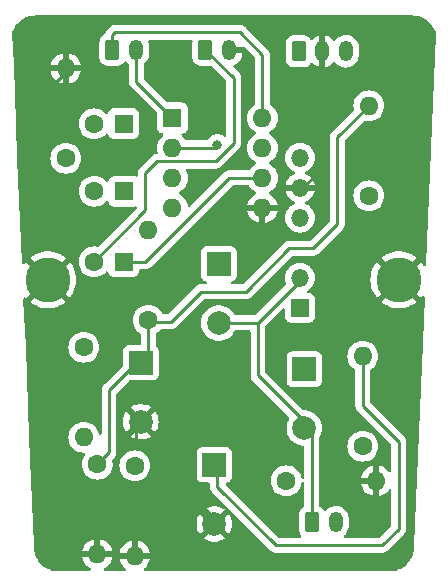
<source format=gbr>
%TF.GenerationSoftware,KiCad,Pcbnew,7.0.7*%
%TF.CreationDate,2023-09-20T21:46:03-04:00*%
%TF.ProjectId,DIYmic,4449596d-6963-42e6-9b69-6361645f7063,rev?*%
%TF.SameCoordinates,Original*%
%TF.FileFunction,Copper,L2,Bot*%
%TF.FilePolarity,Positive*%
%FSLAX46Y46*%
G04 Gerber Fmt 4.6, Leading zero omitted, Abs format (unit mm)*
G04 Created by KiCad (PCBNEW 7.0.7) date 2023-09-20 21:46:03*
%MOMM*%
%LPD*%
G01*
G04 APERTURE LIST*
G04 Aperture macros list*
%AMRoundRect*
0 Rectangle with rounded corners*
0 $1 Rounding radius*
0 $2 $3 $4 $5 $6 $7 $8 $9 X,Y pos of 4 corners*
0 Add a 4 corners polygon primitive as box body*
4,1,4,$2,$3,$4,$5,$6,$7,$8,$9,$2,$3,0*
0 Add four circle primitives for the rounded corners*
1,1,$1+$1,$2,$3*
1,1,$1+$1,$4,$5*
1,1,$1+$1,$6,$7*
1,1,$1+$1,$8,$9*
0 Add four rect primitives between the rounded corners*
20,1,$1+$1,$2,$3,$4,$5,0*
20,1,$1+$1,$4,$5,$6,$7,0*
20,1,$1+$1,$6,$7,$8,$9,0*
20,1,$1+$1,$8,$9,$2,$3,0*%
G04 Aperture macros list end*
%TA.AperFunction,ComponentPad*%
%ADD10R,1.600000X1.600000*%
%TD*%
%TA.AperFunction,ComponentPad*%
%ADD11C,1.600000*%
%TD*%
%TA.AperFunction,ComponentPad*%
%ADD12R,2.000000X2.000000*%
%TD*%
%TA.AperFunction,ComponentPad*%
%ADD13C,2.000000*%
%TD*%
%TA.AperFunction,ComponentPad*%
%ADD14RoundRect,0.250000X-0.350000X-0.625000X0.350000X-0.625000X0.350000X0.625000X-0.350000X0.625000X0*%
%TD*%
%TA.AperFunction,ComponentPad*%
%ADD15O,1.200000X1.750000*%
%TD*%
%TA.AperFunction,ComponentPad*%
%ADD16C,3.800000*%
%TD*%
%TA.AperFunction,ComponentPad*%
%ADD17R,1.500000X1.500000*%
%TD*%
%TA.AperFunction,ComponentPad*%
%ADD18O,1.500000X1.500000*%
%TD*%
%TA.AperFunction,ComponentPad*%
%ADD19O,1.600000X1.600000*%
%TD*%
%TA.AperFunction,ViaPad*%
%ADD20C,0.800000*%
%TD*%
%TA.AperFunction,Conductor*%
%ADD21C,0.250000*%
%TD*%
G04 APERTURE END LIST*
D10*
%TO.P,C5,1*%
%TO.N,Net-(PREAMP1-Pin_3)*%
X63206000Y-57531000D03*
D11*
%TO.P,C5,2*%
%TO.N,Net-(MIC1-Pin_1)*%
X60706000Y-57531000D03*
%TD*%
D10*
%TO.P,C6,1*%
%TO.N,Net-(PREAMP1-Pin_2)*%
X63181113Y-51816000D03*
D11*
%TO.P,C6,2*%
%TO.N,Net-(MIC1-Pin_3)*%
X60681113Y-51816000D03*
%TD*%
D12*
%TO.P,C3,1*%
%TO.N,Net-(POWER1-Pin_2)*%
X71247000Y-63672323D03*
D13*
%TO.P,C3,2*%
%TO.N,Net-(POWER1-Pin_1)*%
X71247000Y-68672323D03*
%TD*%
D12*
%TO.P,C1,1*%
%TO.N,Net-(PREAMP1-Pin_7)*%
X64643000Y-72049000D03*
D13*
%TO.P,C1,2*%
%TO.N,Net-(MIC1-Pin_2)*%
X64643000Y-77049000D03*
%TD*%
D12*
%TO.P,C2,1*%
%TO.N,Net-(PREAMP1-Pin_4)*%
X70866000Y-80690323D03*
D13*
%TO.P,C2,2*%
%TO.N,Net-(MIC1-Pin_2)*%
X70866000Y-85690323D03*
%TD*%
D10*
%TO.P,C7,1*%
%TO.N,Net-(PREAMP1-Pin_6)*%
X63181113Y-63500000D03*
D11*
%TO.P,C7,2*%
%TO.N,Net-(OUT1-Pin_1)*%
X60681113Y-63500000D03*
%TD*%
D14*
%TO.P,MIC,1,Pin_1*%
%TO.N,Net-(MIC1-Pin_1)*%
X78010000Y-45678000D03*
D15*
%TO.P,MIC,2,Pin_2*%
%TO.N,Net-(MIC1-Pin_2)*%
X80010000Y-45678000D03*
%TO.P,MIC,3,Pin_3*%
%TO.N,Net-(MIC1-Pin_3)*%
X82010000Y-45678000D03*
%TD*%
D12*
%TO.P,C4,1*%
%TO.N,Net-(POWER1-Pin_2)*%
X78486000Y-72597000D03*
D13*
%TO.P,C4,2*%
%TO.N,Net-(POWER1-Pin_1)*%
X78486000Y-77597000D03*
%TD*%
D14*
%TO.P,POWER,1,Pin_1*%
%TO.N,Net-(POWER1-Pin_1)*%
X79137000Y-85556000D03*
D15*
%TO.P,POWER,2,Pin_2*%
%TO.N,Net-(POWER1-Pin_2)*%
X81137000Y-85556000D03*
%TD*%
D14*
%TO.P,OUT,1,Pin_1*%
%TO.N,Net-(OUT1-Pin_1)*%
X70120000Y-45551000D03*
D15*
%TO.P,OUT,2,Pin_2*%
%TO.N,Net-(MIC1-Pin_2)*%
X72120000Y-45551000D03*
%TD*%
D16*
%TO.P,REF\u002A\u002A,1*%
%TO.N,Net-(MIC1-Pin_2)*%
X56769000Y-65024000D03*
%TD*%
D14*
%TO.P,GAIN,1,Pin_1*%
%TO.N,Net-(GAIN1-Pin_1)*%
X62246000Y-45551000D03*
D15*
%TO.P,GAIN,2,Pin_2*%
%TO.N,Net-(GAIN1-Pin_2)*%
X64246000Y-45551000D03*
%TD*%
D16*
%TO.P,REF\u002A\u002A,1*%
%TO.N,Net-(MIC1-Pin_2)*%
X86487000Y-65024000D03*
%TD*%
D17*
%TO.P,VOLTREG,1,VIN+*%
%TO.N,Net-(POWER1-Pin_2)*%
X78123500Y-67399500D03*
D18*
%TO.P,VOLTREG,2,VIN-*%
%TO.N,Net-(POWER1-Pin_1)*%
X78123500Y-64859500D03*
%TO.P,VOLTREG,4,VOUT-*%
%TO.N,Net-(VOLTREG1-VOUT-)*%
X78123500Y-59779500D03*
%TO.P,VOLTREG,5,0V*%
%TO.N,Net-(MIC1-Pin_2)*%
X78123500Y-57239500D03*
%TO.P,VOLTREG,6,VOUT+*%
%TO.N,Net-(VOLTREG1-VOUT+)*%
X78123500Y-54699500D03*
%TD*%
D10*
%TO.P,PREAMP,1,Pin_1*%
%TO.N,Net-(GAIN1-Pin_2)*%
X67320000Y-51318000D03*
D19*
%TO.P,PREAMP,2,Pin_2*%
%TO.N,Net-(PREAMP1-Pin_2)*%
X67320000Y-53858000D03*
%TO.P,PREAMP,3,Pin_3*%
%TO.N,Net-(PREAMP1-Pin_3)*%
X67320000Y-56398000D03*
%TO.P,PREAMP,4,Pin_4*%
%TO.N,Net-(PREAMP1-Pin_4)*%
X67320000Y-58938000D03*
%TO.P,PREAMP,5,Pin_5*%
%TO.N,Net-(MIC1-Pin_2)*%
X74940000Y-58938000D03*
%TO.P,PREAMP,6,Pin_6*%
%TO.N,Net-(PREAMP1-Pin_6)*%
X74940000Y-56398000D03*
%TO.P,PREAMP,7,Pin_7*%
%TO.N,Net-(PREAMP1-Pin_7)*%
X74940000Y-53858000D03*
%TO.P,PREAMP,8,Pin_8*%
%TO.N,Net-(GAIN1-Pin_1)*%
X74940000Y-51318000D03*
%TD*%
D11*
%TO.P,R6,1*%
%TO.N,Net-(VOLTREG1-VOUT-)*%
X83439000Y-79121000D03*
D19*
%TO.P,R6,2*%
%TO.N,Net-(PREAMP1-Pin_4)*%
X83439000Y-71501000D03*
%TD*%
D11*
%TO.P,R2,1*%
%TO.N,Net-(PREAMP1-Pin_7)*%
X60960000Y-80645000D03*
D19*
%TO.P,R2,2*%
%TO.N,Net-(MIC1-Pin_2)*%
X60960000Y-88265000D03*
%TD*%
D11*
%TO.P,R7,1*%
%TO.N,Net-(PREAMP1-Pin_4)*%
X64135000Y-80772000D03*
D19*
%TO.P,R7,2*%
%TO.N,Net-(MIC1-Pin_2)*%
X64135000Y-88392000D03*
%TD*%
D11*
%TO.P,R5,1*%
%TO.N,Net-(VOLTREG1-VOUT+)*%
X83947000Y-57912000D03*
D19*
%TO.P,R5,2*%
%TO.N,Net-(PREAMP1-Pin_7)*%
X83947000Y-50292000D03*
%TD*%
D11*
%TO.P,R8,1*%
%TO.N,Net-(PREAMP1-Pin_3)*%
X58293000Y-54737000D03*
D19*
%TO.P,R8,2*%
%TO.N,Net-(MIC1-Pin_2)*%
X58293000Y-47117000D03*
%TD*%
D11*
%TO.P,R1,1*%
%TO.N,Net-(PREAMP1-Pin_4)*%
X59817000Y-70739000D03*
D19*
%TO.P,R1,2*%
%TO.N,Net-(MIC1-Pin_3)*%
X59817000Y-78359000D03*
%TD*%
D11*
%TO.P,R4,1*%
%TO.N,Net-(PREAMP1-Pin_2)*%
X76962000Y-82042000D03*
D19*
%TO.P,R4,2*%
%TO.N,Net-(MIC1-Pin_2)*%
X84582000Y-82042000D03*
%TD*%
D11*
%TO.P,R3,1*%
%TO.N,Net-(PREAMP1-Pin_7)*%
X65278000Y-68453000D03*
D19*
%TO.P,R3,2*%
%TO.N,Net-(MIC1-Pin_1)*%
X65278000Y-60833000D03*
%TD*%
D20*
%TO.N,Net-(MIC1-Pin_2)*%
X71120000Y-51689000D03*
X67183000Y-45593000D03*
X64389000Y-54610000D03*
X58928000Y-60071000D03*
X67437000Y-48768000D03*
%TO.N,Net-(PREAMP1-Pin_2)*%
X71120000Y-53594000D03*
%TD*%
D21*
%TO.N,Net-(PREAMP1-Pin_7)*%
X73533000Y-66040000D02*
X77216000Y-62357000D01*
X65278000Y-68580000D02*
X65278000Y-71038323D01*
X67183000Y-68580000D02*
X69723000Y-66040000D01*
X69723000Y-66040000D02*
X73533000Y-66040000D01*
X81280000Y-60325000D02*
X81280000Y-52959000D01*
X61958000Y-74358323D02*
X64262000Y-72054323D01*
X60960000Y-80645000D02*
X61958000Y-79647000D01*
X65278000Y-71038323D02*
X64262000Y-72054323D01*
X65278000Y-68580000D02*
X67183000Y-68580000D01*
X61958000Y-79647000D02*
X61958000Y-74358323D01*
X79248000Y-62357000D02*
X81280000Y-60325000D01*
X77216000Y-62357000D02*
X79248000Y-62357000D01*
X81280000Y-52959000D02*
X83947000Y-50292000D01*
%TO.N,Net-(MIC1-Pin_2)*%
X58674000Y-47117000D02*
X57549000Y-48242000D01*
X68199000Y-48768000D02*
X71120000Y-51689000D01*
X67183000Y-45593000D02*
X67183000Y-48514000D01*
X80010000Y-45678000D02*
X80010000Y-55607000D01*
X65024000Y-53975000D02*
X64389000Y-54610000D01*
X64262000Y-78613000D02*
X64262000Y-77054323D01*
X56261000Y-50546000D02*
X56261000Y-57404000D01*
X58674000Y-47117000D02*
X61595000Y-47117000D01*
X65024000Y-50546000D02*
X65024000Y-53975000D01*
X67437000Y-48768000D02*
X68199000Y-48768000D01*
X80010000Y-55607000D02*
X78377500Y-57239500D01*
X67183000Y-48514000D02*
X67437000Y-48768000D01*
X56261000Y-49530000D02*
X56261000Y-50546000D01*
X61595000Y-47117000D02*
X65024000Y-50546000D01*
X57549000Y-48242000D02*
X57150000Y-48641000D01*
X57150000Y-48641000D02*
X56261000Y-49530000D01*
X71120000Y-85471000D02*
X64262000Y-78613000D01*
X56261000Y-57404000D02*
X58928000Y-60071000D01*
%TO.N,Net-(PREAMP1-Pin_4)*%
X85090000Y-87503000D02*
X76073000Y-87503000D01*
X83439000Y-71501000D02*
X83439000Y-75692000D01*
X86487000Y-78740000D02*
X86487000Y-86106000D01*
X86487000Y-86106000D02*
X85090000Y-87503000D01*
X83439000Y-75692000D02*
X86487000Y-78740000D01*
X76073000Y-87503000D02*
X71120000Y-82550000D01*
X71120000Y-82550000D02*
X71120000Y-80471000D01*
%TO.N,Net-(POWER1-Pin_1)*%
X79121000Y-85540000D02*
X79137000Y-85556000D01*
X71247000Y-68672323D02*
X74564677Y-68672323D01*
X74564677Y-68672323D02*
X78377500Y-64859500D01*
X79121000Y-77689323D02*
X79121000Y-85540000D01*
X74564677Y-73133000D02*
X74564677Y-68672323D01*
X79121000Y-77689323D02*
X74564677Y-73133000D01*
%TO.N,Net-(PREAMP1-Pin_2)*%
X70856000Y-53858000D02*
X71120000Y-53594000D01*
X67320000Y-53858000D02*
X70856000Y-53858000D01*
%TO.N,Net-(PREAMP1-Pin_6)*%
X65024000Y-63500000D02*
X72126000Y-56398000D01*
X72126000Y-56398000D02*
X74940000Y-56398000D01*
X63181113Y-63500000D02*
X65024000Y-63500000D01*
%TO.N,Net-(OUT1-Pin_1)*%
X72517000Y-53467000D02*
X72517000Y-47948000D01*
X70993000Y-54991000D02*
X72517000Y-53467000D01*
X65024000Y-56007000D02*
X66040000Y-54991000D01*
X65024000Y-59157113D02*
X65024000Y-56007000D01*
X60681113Y-63500000D02*
X65024000Y-59157113D01*
X66040000Y-54991000D02*
X70993000Y-54991000D01*
X72517000Y-47948000D02*
X70120000Y-45551000D01*
%TO.N,Net-(GAIN1-Pin_1)*%
X73025000Y-44069000D02*
X74940000Y-45984000D01*
X62246000Y-44307000D02*
X62484000Y-44069000D01*
X74940000Y-45984000D02*
X74940000Y-51318000D01*
X62246000Y-45551000D02*
X62246000Y-44307000D01*
X62484000Y-44069000D02*
X73025000Y-44069000D01*
%TO.N,Net-(GAIN1-Pin_2)*%
X64246000Y-45551000D02*
X64246000Y-48244000D01*
X64246000Y-48244000D02*
X67320000Y-51318000D01*
%TD*%
%TA.AperFunction,Conductor*%
%TO.N,Net-(MIC1-Pin_2)*%
G36*
X73339539Y-45283975D02*
G01*
X73383886Y-45312476D01*
X74278181Y-46206771D01*
X74311666Y-46268094D01*
X74314500Y-46294452D01*
X74314500Y-50103811D01*
X74294815Y-50170850D01*
X74261623Y-50205386D01*
X74100859Y-50317953D01*
X73939954Y-50478858D01*
X73809432Y-50665265D01*
X73809431Y-50665267D01*
X73713261Y-50871502D01*
X73713258Y-50871511D01*
X73654366Y-51091302D01*
X73654364Y-51091313D01*
X73634532Y-51317998D01*
X73634532Y-51318001D01*
X73654364Y-51544686D01*
X73654366Y-51544697D01*
X73713258Y-51764488D01*
X73713261Y-51764497D01*
X73809431Y-51970732D01*
X73809432Y-51970734D01*
X73939954Y-52157141D01*
X74100858Y-52318045D01*
X74100861Y-52318047D01*
X74287266Y-52448568D01*
X74345275Y-52475618D01*
X74397714Y-52521791D01*
X74416866Y-52588984D01*
X74396650Y-52655865D01*
X74345275Y-52700382D01*
X74287267Y-52727431D01*
X74287265Y-52727432D01*
X74100858Y-52857954D01*
X73939954Y-53018858D01*
X73809432Y-53205265D01*
X73809431Y-53205267D01*
X73713261Y-53411502D01*
X73713258Y-53411511D01*
X73654366Y-53631302D01*
X73654364Y-53631313D01*
X73634532Y-53857998D01*
X73634532Y-53858001D01*
X73654364Y-54084686D01*
X73654366Y-54084697D01*
X73713258Y-54304488D01*
X73713261Y-54304497D01*
X73809431Y-54510732D01*
X73809432Y-54510734D01*
X73939954Y-54697141D01*
X74100858Y-54858045D01*
X74100861Y-54858047D01*
X74287266Y-54988568D01*
X74345275Y-55015618D01*
X74397714Y-55061791D01*
X74416866Y-55128984D01*
X74396650Y-55195865D01*
X74345275Y-55240382D01*
X74287267Y-55267431D01*
X74287265Y-55267432D01*
X74100858Y-55397954D01*
X73939954Y-55558858D01*
X73827387Y-55719623D01*
X73772811Y-55763248D01*
X73725812Y-55772500D01*
X72208743Y-55772500D01*
X72193122Y-55770775D01*
X72193095Y-55771061D01*
X72185333Y-55770326D01*
X72116172Y-55772500D01*
X72086649Y-55772500D01*
X72079778Y-55773367D01*
X72073959Y-55773825D01*
X72027374Y-55775289D01*
X72027368Y-55775290D01*
X72008126Y-55780880D01*
X71989087Y-55784823D01*
X71969217Y-55787334D01*
X71969203Y-55787337D01*
X71925883Y-55804488D01*
X71920358Y-55806380D01*
X71875613Y-55819380D01*
X71875610Y-55819381D01*
X71858366Y-55829579D01*
X71840905Y-55838133D01*
X71822274Y-55845510D01*
X71822262Y-55845517D01*
X71784570Y-55872902D01*
X71779687Y-55876109D01*
X71739580Y-55899829D01*
X71725414Y-55913995D01*
X71710624Y-55926627D01*
X71694414Y-55938404D01*
X71694411Y-55938407D01*
X71664710Y-55974309D01*
X71660777Y-55978631D01*
X68819610Y-58819798D01*
X68758287Y-58853283D01*
X68688595Y-58848299D01*
X68632662Y-58806427D01*
X68608401Y-58742924D01*
X68605635Y-58711313D01*
X68605635Y-58711308D01*
X68546739Y-58491504D01*
X68450568Y-58285266D01*
X68320047Y-58098861D01*
X68320045Y-58098858D01*
X68159141Y-57937954D01*
X67972734Y-57807432D01*
X67972728Y-57807429D01*
X67914725Y-57780382D01*
X67862285Y-57734210D01*
X67843133Y-57667017D01*
X67863348Y-57600135D01*
X67914725Y-57555618D01*
X67972734Y-57528568D01*
X68159139Y-57398047D01*
X68320047Y-57237139D01*
X68450568Y-57050734D01*
X68546739Y-56844496D01*
X68605635Y-56624692D01*
X68622634Y-56430384D01*
X68625468Y-56398001D01*
X68625468Y-56397998D01*
X68615775Y-56287206D01*
X68605635Y-56171308D01*
X68546739Y-55951504D01*
X68472781Y-55792903D01*
X68462290Y-55723828D01*
X68490809Y-55660044D01*
X68549286Y-55621804D01*
X68585164Y-55616500D01*
X70910257Y-55616500D01*
X70925877Y-55618224D01*
X70925904Y-55617939D01*
X70933660Y-55618671D01*
X70933667Y-55618673D01*
X71002814Y-55616500D01*
X71032350Y-55616500D01*
X71039228Y-55615630D01*
X71045041Y-55615172D01*
X71091627Y-55613709D01*
X71110869Y-55608117D01*
X71129912Y-55604174D01*
X71149792Y-55601664D01*
X71193122Y-55584507D01*
X71198646Y-55582617D01*
X71202396Y-55581527D01*
X71243390Y-55569618D01*
X71260629Y-55559422D01*
X71278103Y-55550862D01*
X71296727Y-55543488D01*
X71296727Y-55543487D01*
X71296732Y-55543486D01*
X71334449Y-55516082D01*
X71339305Y-55512892D01*
X71379420Y-55489170D01*
X71393589Y-55474999D01*
X71408379Y-55462368D01*
X71424587Y-55450594D01*
X71454299Y-55414676D01*
X71458212Y-55410376D01*
X72900787Y-53967802D01*
X72913042Y-53957986D01*
X72912859Y-53957764D01*
X72918866Y-53952792D01*
X72918877Y-53952786D01*
X72949775Y-53919882D01*
X72966227Y-53902364D01*
X72976671Y-53891918D01*
X72987120Y-53881471D01*
X72991379Y-53875978D01*
X72995152Y-53871561D01*
X73027062Y-53837582D01*
X73036713Y-53820024D01*
X73047396Y-53803761D01*
X73059673Y-53787936D01*
X73078185Y-53745153D01*
X73080738Y-53739941D01*
X73103197Y-53699092D01*
X73108180Y-53679680D01*
X73114481Y-53661280D01*
X73122437Y-53642896D01*
X73129729Y-53596852D01*
X73130906Y-53591171D01*
X73142500Y-53546019D01*
X73142500Y-53525982D01*
X73144027Y-53506582D01*
X73147160Y-53486804D01*
X73142775Y-53440415D01*
X73142500Y-53434577D01*
X73142500Y-48030742D01*
X73144224Y-48015122D01*
X73143939Y-48015096D01*
X73144671Y-48007340D01*
X73144673Y-48007333D01*
X73142500Y-47938185D01*
X73142500Y-47908650D01*
X73141631Y-47901772D01*
X73141172Y-47895943D01*
X73139709Y-47849372D01*
X73134122Y-47830144D01*
X73130174Y-47811084D01*
X73127663Y-47791204D01*
X73110512Y-47747887D01*
X73108619Y-47742358D01*
X73095618Y-47697609D01*
X73095616Y-47697606D01*
X73085423Y-47680371D01*
X73076861Y-47662894D01*
X73069487Y-47644270D01*
X73069486Y-47644268D01*
X73042079Y-47606545D01*
X73038888Y-47601686D01*
X73015172Y-47561583D01*
X73015165Y-47561574D01*
X73001006Y-47547415D01*
X72988368Y-47532619D01*
X72977020Y-47517000D01*
X72976594Y-47516413D01*
X72974621Y-47514781D01*
X72940688Y-47486709D01*
X72936376Y-47482786D01*
X72499510Y-47045920D01*
X72466026Y-46984598D01*
X72471010Y-46914906D01*
X72512882Y-46858973D01*
X72535681Y-46845445D01*
X72672507Y-46782959D01*
X72843619Y-46661110D01*
X72843625Y-46661104D01*
X72988592Y-46509067D01*
X73102166Y-46332342D01*
X73180244Y-46137314D01*
X73220000Y-45931037D01*
X73220000Y-45801000D01*
X72608192Y-45801000D01*
X72541153Y-45781315D01*
X72495398Y-45728511D01*
X72485454Y-45659353D01*
X72487987Y-45646559D01*
X72488551Y-45644329D01*
X72489102Y-45637686D01*
X72498886Y-45519605D01*
X72482637Y-45455438D01*
X72485262Y-45385619D01*
X72525219Y-45328302D01*
X72589820Y-45301686D01*
X72602843Y-45301000D01*
X73229541Y-45301000D01*
X73269847Y-45278991D01*
X73339539Y-45283975D01*
G37*
%TD.AperFunction*%
%TA.AperFunction,Conductor*%
G36*
X68967767Y-44714185D02*
G01*
X69013522Y-44766989D01*
X69024086Y-44831103D01*
X69019500Y-44875983D01*
X69019500Y-46226001D01*
X69019501Y-46226018D01*
X69030000Y-46328796D01*
X69030001Y-46328799D01*
X69085185Y-46495331D01*
X69085187Y-46495336D01*
X69093848Y-46509378D01*
X69177288Y-46644656D01*
X69301344Y-46768712D01*
X69450666Y-46860814D01*
X69617203Y-46915999D01*
X69719991Y-46926500D01*
X70520008Y-46926499D01*
X70543865Y-46924062D01*
X70612558Y-46936832D01*
X70644148Y-46959739D01*
X71855181Y-48170771D01*
X71888666Y-48232094D01*
X71891500Y-48258452D01*
X71891500Y-52798085D01*
X71871815Y-52865124D01*
X71819011Y-52910879D01*
X71749853Y-52920823D01*
X71694615Y-52898403D01*
X71572734Y-52809851D01*
X71572729Y-52809848D01*
X71399807Y-52732857D01*
X71399802Y-52732855D01*
X71254001Y-52701865D01*
X71214646Y-52693500D01*
X71025354Y-52693500D01*
X70994816Y-52699991D01*
X70840197Y-52732855D01*
X70840192Y-52732857D01*
X70667270Y-52809848D01*
X70667265Y-52809851D01*
X70514129Y-52921111D01*
X70387466Y-53061785D01*
X70324700Y-53170500D01*
X70274133Y-53218715D01*
X70217313Y-53232500D01*
X68534188Y-53232500D01*
X68467149Y-53212815D01*
X68432613Y-53179623D01*
X68320045Y-53018858D01*
X68159143Y-52857956D01*
X68134536Y-52840726D01*
X68090912Y-52786149D01*
X68083719Y-52716650D01*
X68115241Y-52654296D01*
X68175471Y-52618882D01*
X68192404Y-52615861D01*
X68227483Y-52612091D01*
X68362331Y-52561796D01*
X68477546Y-52475546D01*
X68563796Y-52360331D01*
X68614091Y-52225483D01*
X68620500Y-52165873D01*
X68620499Y-50470128D01*
X68614091Y-50410517D01*
X68569887Y-50292001D01*
X68563797Y-50275671D01*
X68563793Y-50275664D01*
X68477547Y-50160455D01*
X68477544Y-50160452D01*
X68362335Y-50074206D01*
X68362328Y-50074202D01*
X68227482Y-50023908D01*
X68227483Y-50023908D01*
X68167883Y-50017501D01*
X68167881Y-50017500D01*
X68167873Y-50017500D01*
X68167865Y-50017500D01*
X66955453Y-50017500D01*
X66888414Y-49997815D01*
X66867772Y-49981181D01*
X64907819Y-48021228D01*
X64874334Y-47959905D01*
X64871500Y-47933547D01*
X64871500Y-47366987D01*
X64871500Y-46795515D01*
X64891184Y-46728480D01*
X64923569Y-46694514D01*
X64969952Y-46661486D01*
X64970317Y-46661104D01*
X65114985Y-46509379D01*
X65124010Y-46495336D01*
X65228613Y-46332572D01*
X65306725Y-46137457D01*
X65346500Y-45931085D01*
X65346500Y-45223575D01*
X65331528Y-45066782D01*
X65272316Y-44865125D01*
X65272314Y-44865121D01*
X65272099Y-44864582D01*
X65272071Y-44864291D01*
X65270652Y-44859458D01*
X65271583Y-44859184D01*
X65265460Y-44795029D01*
X65297478Y-44732927D01*
X65357988Y-44697994D01*
X65387218Y-44694500D01*
X68900728Y-44694500D01*
X68967767Y-44714185D01*
G37*
%TD.AperFunction*%
%TA.AperFunction,Conductor*%
G36*
X87687031Y-42650634D02*
G01*
X87692721Y-42651008D01*
X87753162Y-42654992D01*
X87954836Y-42669765D01*
X87962443Y-42670801D01*
X88074714Y-42693258D01*
X88227211Y-42727257D01*
X88233731Y-42729091D01*
X88350866Y-42769087D01*
X88489030Y-42821977D01*
X88494405Y-42824333D01*
X88607197Y-42880306D01*
X88609992Y-42881783D01*
X88735336Y-42952197D01*
X88739573Y-42954806D01*
X88845099Y-43025808D01*
X88848360Y-43028163D01*
X88961467Y-43115596D01*
X88964579Y-43118170D01*
X89059862Y-43202395D01*
X89063446Y-43205829D01*
X89064356Y-43206774D01*
X89163165Y-43309394D01*
X89165307Y-43311735D01*
X89247872Y-43406769D01*
X89251521Y-43411397D01*
X89337522Y-43531795D01*
X89405724Y-43635060D01*
X89409146Y-43640916D01*
X89425581Y-43672950D01*
X89480465Y-43779932D01*
X89530473Y-43882910D01*
X89533403Y-43890040D01*
X89598504Y-44081489D01*
X89612827Y-44124646D01*
X89619027Y-44168975D01*
X88786263Y-63746635D01*
X88763747Y-63812777D01*
X88709046Y-63856247D01*
X88639528Y-63863242D01*
X88577263Y-63831542D01*
X88557678Y-63807807D01*
X88432486Y-63610535D01*
X88351685Y-63512864D01*
X87526444Y-64338107D01*
X87465121Y-64371592D01*
X87395429Y-64366608D01*
X87339496Y-64324736D01*
X87337755Y-64322352D01*
X87322108Y-64300378D01*
X87322104Y-64300374D01*
X87175957Y-64161023D01*
X87141022Y-64100514D01*
X87144347Y-64030724D01*
X87173846Y-63983599D01*
X88000434Y-63157012D01*
X87775530Y-62993609D01*
X87775520Y-62993602D01*
X87510890Y-62848121D01*
X87510882Y-62848117D01*
X87230110Y-62736952D01*
X87230107Y-62736951D01*
X86937600Y-62661849D01*
X86638004Y-62624000D01*
X86335995Y-62624000D01*
X86036399Y-62661849D01*
X85743892Y-62736951D01*
X85743889Y-62736952D01*
X85463117Y-62848117D01*
X85463109Y-62848121D01*
X85198479Y-62993602D01*
X85198461Y-62993614D01*
X84973565Y-63157010D01*
X84973564Y-63157012D01*
X85802765Y-63986212D01*
X85836250Y-64047535D01*
X85831266Y-64117226D01*
X85791737Y-64171363D01*
X85724458Y-64224272D01*
X85724453Y-64224277D01*
X85630278Y-64332960D01*
X85571500Y-64370734D01*
X85501630Y-64370734D01*
X85448885Y-64339438D01*
X84622312Y-63512864D01*
X84541516Y-63610530D01*
X84379707Y-63865502D01*
X84379704Y-63865508D01*
X84251127Y-64138747D01*
X84251125Y-64138752D01*
X84157805Y-64425959D01*
X84101216Y-64722609D01*
X84101215Y-64722616D01*
X84082255Y-65023994D01*
X84082255Y-65024005D01*
X84101215Y-65325383D01*
X84101216Y-65325390D01*
X84157805Y-65622040D01*
X84251125Y-65909247D01*
X84251127Y-65909252D01*
X84379704Y-66182491D01*
X84379707Y-66182497D01*
X84541513Y-66437464D01*
X84622312Y-66535133D01*
X85447554Y-65709891D01*
X85508877Y-65676406D01*
X85578568Y-65681390D01*
X85634502Y-65723261D01*
X85636242Y-65725644D01*
X85651893Y-65747623D01*
X85651895Y-65747625D01*
X85798041Y-65886975D01*
X85832976Y-65947484D01*
X85829651Y-66017274D01*
X85800152Y-66064399D01*
X84973564Y-66890986D01*
X85198474Y-67054393D01*
X85198485Y-67054400D01*
X85463109Y-67199878D01*
X85463117Y-67199882D01*
X85743889Y-67311047D01*
X85743892Y-67311048D01*
X86036399Y-67386150D01*
X86335995Y-67423999D01*
X86336007Y-67424000D01*
X86637993Y-67424000D01*
X86638004Y-67423999D01*
X86937600Y-67386150D01*
X87230107Y-67311048D01*
X87230110Y-67311047D01*
X87510882Y-67199882D01*
X87510890Y-67199878D01*
X87775514Y-67054400D01*
X87775525Y-67054393D01*
X88000433Y-66890986D01*
X88000434Y-66890986D01*
X87171234Y-66061787D01*
X87137749Y-66000464D01*
X87142733Y-65930773D01*
X87182263Y-65876636D01*
X87249540Y-65823729D01*
X87343723Y-65715035D01*
X87402496Y-65677264D01*
X87472365Y-65677263D01*
X87525113Y-65708560D01*
X88351686Y-66535133D01*
X88432482Y-66437470D01*
X88440719Y-66424491D01*
X88493260Y-66378433D01*
X88562360Y-66368093D01*
X88626081Y-66396752D01*
X88664193Y-66455313D01*
X88669306Y-66496200D01*
X87771574Y-87601221D01*
X87769500Y-87607313D01*
X87769500Y-87647986D01*
X87769372Y-87651965D01*
X87765005Y-87719885D01*
X87750372Y-87924636D01*
X87749383Y-87932087D01*
X87740553Y-87977362D01*
X87727010Y-88046794D01*
X87693276Y-88201985D01*
X87691521Y-88208385D01*
X87651703Y-88328123D01*
X87599154Y-88469126D01*
X87596898Y-88474415D01*
X87541117Y-88590049D01*
X87539703Y-88592804D01*
X87469646Y-88721221D01*
X87467149Y-88725399D01*
X87396342Y-88833971D01*
X87394062Y-88837233D01*
X87306955Y-88953717D01*
X87304469Y-88956828D01*
X87220317Y-89055469D01*
X87217015Y-89059045D01*
X87113657Y-89162527D01*
X87111415Y-89164662D01*
X87016257Y-89250867D01*
X87011820Y-89254526D01*
X86891432Y-89344785D01*
X86787824Y-89416834D01*
X86782181Y-89420325D01*
X86642843Y-89496561D01*
X86539165Y-89550434D01*
X86532293Y-89553491D01*
X86339954Y-89625438D01*
X86294957Y-89641904D01*
X86252344Y-89649456D01*
X71684901Y-89649500D01*
X71684900Y-89649500D01*
X64998789Y-89649551D01*
X64931749Y-89629867D01*
X64885994Y-89577063D01*
X64876050Y-89507905D01*
X64905074Y-89444349D01*
X64927665Y-89423975D01*
X64973821Y-89391656D01*
X65134657Y-89230820D01*
X65265134Y-89044482D01*
X65361265Y-88838326D01*
X65361269Y-88838317D01*
X65413872Y-88642000D01*
X64645576Y-88642000D01*
X64578537Y-88622315D01*
X64532782Y-88569511D01*
X64522838Y-88500353D01*
X64523103Y-88498603D01*
X64539986Y-88392003D01*
X64539986Y-88391996D01*
X64523103Y-88285397D01*
X64532058Y-88216104D01*
X64577054Y-88162652D01*
X64643806Y-88142013D01*
X64645576Y-88142000D01*
X65413872Y-88142000D01*
X65413872Y-88141999D01*
X65361269Y-87945682D01*
X65361265Y-87945673D01*
X65265134Y-87739517D01*
X65134657Y-87553179D01*
X64973820Y-87392342D01*
X64787482Y-87261865D01*
X64581328Y-87165734D01*
X64384999Y-87113127D01*
X64385000Y-87881424D01*
X64365315Y-87948463D01*
X64312511Y-87994218D01*
X64243353Y-88004162D01*
X64241602Y-88003897D01*
X64166486Y-87992000D01*
X64166481Y-87992000D01*
X64103519Y-87992000D01*
X64103514Y-87992000D01*
X64028398Y-88003897D01*
X63959104Y-87994942D01*
X63905652Y-87949946D01*
X63885013Y-87883194D01*
X63885000Y-87881424D01*
X63884999Y-87113127D01*
X63688671Y-87165734D01*
X63482517Y-87261865D01*
X63296179Y-87392342D01*
X63135342Y-87553179D01*
X63004865Y-87739517D01*
X62908734Y-87945673D01*
X62908730Y-87945682D01*
X62856127Y-88141999D01*
X62856128Y-88142000D01*
X63624424Y-88142000D01*
X63691463Y-88161685D01*
X63737218Y-88214489D01*
X63747162Y-88283647D01*
X63746897Y-88285397D01*
X63730014Y-88391996D01*
X63730014Y-88392003D01*
X63746897Y-88498603D01*
X63737942Y-88567896D01*
X63692946Y-88621348D01*
X63626194Y-88641987D01*
X63624424Y-88642000D01*
X62856128Y-88642000D01*
X62908730Y-88838317D01*
X62908734Y-88838326D01*
X63004865Y-89044482D01*
X63135342Y-89230820D01*
X63296183Y-89391661D01*
X63342354Y-89423991D01*
X63385979Y-89478568D01*
X63393171Y-89548067D01*
X63361648Y-89610421D01*
X63301418Y-89645834D01*
X63271231Y-89649565D01*
X61626153Y-89649578D01*
X61559113Y-89629894D01*
X61513358Y-89577090D01*
X61503414Y-89507932D01*
X61532438Y-89444376D01*
X61573749Y-89413195D01*
X61612482Y-89395133D01*
X61798820Y-89264657D01*
X61959657Y-89103820D01*
X62090134Y-88917482D01*
X62186265Y-88711326D01*
X62186269Y-88711317D01*
X62238872Y-88515000D01*
X61470576Y-88515000D01*
X61403537Y-88495315D01*
X61357782Y-88442511D01*
X61347838Y-88373353D01*
X61348103Y-88371603D01*
X61364986Y-88265003D01*
X61364986Y-88264996D01*
X61348103Y-88158397D01*
X61357058Y-88089104D01*
X61402054Y-88035652D01*
X61468806Y-88015013D01*
X61470576Y-88015000D01*
X62238872Y-88015000D01*
X62238872Y-88014999D01*
X62186269Y-87818682D01*
X62186265Y-87818673D01*
X62090134Y-87612517D01*
X61959657Y-87426179D01*
X61798820Y-87265342D01*
X61612482Y-87134865D01*
X61406328Y-87038734D01*
X61209999Y-86986127D01*
X61210000Y-87754424D01*
X61190315Y-87821463D01*
X61137511Y-87867218D01*
X61068353Y-87877162D01*
X61066602Y-87876897D01*
X60991486Y-87865000D01*
X60991481Y-87865000D01*
X60928519Y-87865000D01*
X60928512Y-87865000D01*
X60853396Y-87876897D01*
X60784103Y-87867942D01*
X60730651Y-87822946D01*
X60710012Y-87756194D01*
X60709999Y-87754424D01*
X60709999Y-86986127D01*
X60513672Y-87038734D01*
X60307517Y-87134865D01*
X60121179Y-87265342D01*
X59960342Y-87426179D01*
X59829865Y-87612517D01*
X59733734Y-87818673D01*
X59733730Y-87818682D01*
X59681127Y-88014999D01*
X59681128Y-88015000D01*
X60449424Y-88015000D01*
X60516463Y-88034685D01*
X60562218Y-88087489D01*
X60572162Y-88156647D01*
X60571897Y-88158397D01*
X60555014Y-88264996D01*
X60555014Y-88265003D01*
X60571897Y-88371603D01*
X60562942Y-88440896D01*
X60517946Y-88494348D01*
X60451194Y-88514987D01*
X60449424Y-88515000D01*
X59681128Y-88515000D01*
X59733730Y-88711317D01*
X59733734Y-88711326D01*
X59829865Y-88917482D01*
X59960342Y-89103820D01*
X60121179Y-89264657D01*
X60307515Y-89395132D01*
X60346273Y-89413205D01*
X60398713Y-89459377D01*
X60417865Y-89526571D01*
X60397650Y-89593452D01*
X60344485Y-89638787D01*
X60293870Y-89649588D01*
X57118179Y-89649613D01*
X57075596Y-89642072D01*
X57030502Y-89625584D01*
X56838176Y-89553700D01*
X56831301Y-89550644D01*
X56727571Y-89496773D01*
X56659183Y-89459377D01*
X56588177Y-89420549D01*
X56582561Y-89417075D01*
X56478909Y-89345024D01*
X56371668Y-89264657D01*
X56358478Y-89254772D01*
X56354045Y-89251117D01*
X56258834Y-89164895D01*
X56256591Y-89162760D01*
X56256358Y-89162527D01*
X56153203Y-89059279D01*
X56149905Y-89055709D01*
X56065714Y-88957052D01*
X56063228Y-88953942D01*
X55976099Y-88837464D01*
X55973832Y-88834223D01*
X55902954Y-88725568D01*
X55900469Y-88721411D01*
X55900365Y-88721221D01*
X55830399Y-88593000D01*
X55828984Y-88590246D01*
X55813420Y-88557990D01*
X55773158Y-88474549D01*
X55770918Y-88469296D01*
X55718350Y-88328270D01*
X55703507Y-88283647D01*
X55678503Y-88208477D01*
X55676752Y-88202088D01*
X55668178Y-88162652D01*
X55643011Y-88046891D01*
X55640378Y-88033396D01*
X55620619Y-87932116D01*
X55619635Y-87924701D01*
X55604995Y-87719885D01*
X55600628Y-87651973D01*
X55600500Y-87647993D01*
X55600500Y-87617303D01*
X55598424Y-87601229D01*
X55517111Y-85690328D01*
X69360859Y-85690328D01*
X69381385Y-85938052D01*
X69381387Y-85938061D01*
X69442412Y-86179040D01*
X69542266Y-86406687D01*
X69642564Y-86560205D01*
X70257050Y-85945718D01*
X70318373Y-85912233D01*
X70388064Y-85917217D01*
X70443998Y-85959088D01*
X70449039Y-85966348D01*
X70449048Y-85966362D01*
X70484239Y-86021121D01*
X70599602Y-86121082D01*
X70597293Y-86123745D01*
X70632006Y-86163822D01*
X70641935Y-86232983D01*
X70612898Y-86296533D01*
X70606882Y-86302992D01*
X69995942Y-86913932D01*
X70042768Y-86950378D01*
X70042770Y-86950379D01*
X70261385Y-87068687D01*
X70261396Y-87068692D01*
X70496506Y-87149406D01*
X70741707Y-87190323D01*
X70990293Y-87190323D01*
X71235493Y-87149406D01*
X71470603Y-87068692D01*
X71470614Y-87068687D01*
X71689228Y-86950380D01*
X71689231Y-86950378D01*
X71736056Y-86913932D01*
X71125116Y-86302992D01*
X71091631Y-86241669D01*
X71096615Y-86171977D01*
X71133641Y-86122516D01*
X71132398Y-86121082D01*
X71183841Y-86076507D01*
X71247761Y-86021121D01*
X71282954Y-85966360D01*
X71335755Y-85920606D01*
X71404914Y-85910662D01*
X71468470Y-85939686D01*
X71474949Y-85945719D01*
X72089434Y-86560205D01*
X72189731Y-86406692D01*
X72289587Y-86179040D01*
X72350612Y-85938061D01*
X72350614Y-85938052D01*
X72371141Y-85690328D01*
X72371141Y-85690317D01*
X72350614Y-85442593D01*
X72350612Y-85442584D01*
X72289587Y-85201605D01*
X72189731Y-84973953D01*
X72089434Y-84820439D01*
X71474949Y-85434925D01*
X71413626Y-85468410D01*
X71343934Y-85463426D01*
X71288001Y-85421554D01*
X71282953Y-85414284D01*
X71247761Y-85359525D01*
X71132398Y-85259564D01*
X71134698Y-85256908D01*
X71099960Y-85216751D01*
X71090074Y-85147584D01*
X71119152Y-85084052D01*
X71125116Y-85077652D01*
X71736056Y-84466712D01*
X71689229Y-84430266D01*
X71470614Y-84311958D01*
X71470603Y-84311953D01*
X71235493Y-84231239D01*
X70990293Y-84190323D01*
X70741707Y-84190323D01*
X70496506Y-84231239D01*
X70261396Y-84311953D01*
X70261390Y-84311955D01*
X70042761Y-84430272D01*
X69995942Y-84466711D01*
X69995942Y-84466713D01*
X70606883Y-85077653D01*
X70640368Y-85138976D01*
X70635384Y-85208667D01*
X70598358Y-85258128D01*
X70599602Y-85259564D01*
X70484238Y-85359525D01*
X70449046Y-85414285D01*
X70396242Y-85460040D01*
X70327083Y-85469983D01*
X70263528Y-85440957D01*
X70257050Y-85434926D01*
X69642564Y-84820439D01*
X69542267Y-84973955D01*
X69442412Y-85201605D01*
X69381387Y-85442584D01*
X69381385Y-85442593D01*
X69360859Y-85690317D01*
X69360859Y-85690328D01*
X55517111Y-85690328D01*
X55205148Y-78359001D01*
X58511532Y-78359001D01*
X58531364Y-78585686D01*
X58531366Y-78585697D01*
X58590258Y-78805488D01*
X58590261Y-78805497D01*
X58686431Y-79011732D01*
X58686432Y-79011734D01*
X58816954Y-79198141D01*
X58977858Y-79359045D01*
X58978388Y-79359416D01*
X59164266Y-79489568D01*
X59370504Y-79585739D01*
X59590308Y-79644635D01*
X59752230Y-79658801D01*
X59816998Y-79664468D01*
X59820756Y-79664468D01*
X59822350Y-79664936D01*
X59822393Y-79664940D01*
X59822392Y-79664948D01*
X59887795Y-79684153D01*
X59933550Y-79736957D01*
X59943494Y-79806115D01*
X59922331Y-79859591D01*
X59829432Y-79992265D01*
X59829431Y-79992267D01*
X59733261Y-80198502D01*
X59733258Y-80198511D01*
X59674366Y-80418302D01*
X59674364Y-80418313D01*
X59654532Y-80644998D01*
X59654532Y-80645001D01*
X59674364Y-80871686D01*
X59674366Y-80871697D01*
X59733258Y-81091488D01*
X59733261Y-81091497D01*
X59829431Y-81297732D01*
X59829432Y-81297734D01*
X59959954Y-81484141D01*
X60120858Y-81645045D01*
X60120861Y-81645047D01*
X60307266Y-81775568D01*
X60513504Y-81871739D01*
X60733308Y-81930635D01*
X60895230Y-81944801D01*
X60959998Y-81950468D01*
X60960000Y-81950468D01*
X60960002Y-81950468D01*
X61016672Y-81945509D01*
X61186692Y-81930635D01*
X61406496Y-81871739D01*
X61612734Y-81775568D01*
X61799139Y-81645047D01*
X61960047Y-81484139D01*
X62090568Y-81297734D01*
X62186739Y-81091496D01*
X62245635Y-80871692D01*
X62254357Y-80772001D01*
X62829532Y-80772001D01*
X62849364Y-80998686D01*
X62849366Y-80998697D01*
X62908258Y-81218488D01*
X62908261Y-81218497D01*
X63004431Y-81424732D01*
X63004432Y-81424734D01*
X63134954Y-81611141D01*
X63295858Y-81772045D01*
X63324356Y-81791999D01*
X63482266Y-81902568D01*
X63688504Y-81998739D01*
X63908308Y-82057635D01*
X64070230Y-82071801D01*
X64134998Y-82077468D01*
X64135000Y-82077468D01*
X64135002Y-82077468D01*
X64191673Y-82072509D01*
X64361692Y-82057635D01*
X64581496Y-81998739D01*
X64787734Y-81902568D01*
X64974139Y-81772047D01*
X65007993Y-81738193D01*
X69365500Y-81738193D01*
X69365501Y-81738199D01*
X69371908Y-81797806D01*
X69422202Y-81932651D01*
X69422206Y-81932658D01*
X69508452Y-82047867D01*
X69508455Y-82047870D01*
X69623664Y-82134116D01*
X69623671Y-82134120D01*
X69662503Y-82148603D01*
X69758517Y-82184414D01*
X69818127Y-82190823D01*
X70370500Y-82190822D01*
X70437539Y-82210506D01*
X70483294Y-82263310D01*
X70494500Y-82314822D01*
X70494500Y-82467255D01*
X70492775Y-82482872D01*
X70493061Y-82482899D01*
X70492326Y-82490665D01*
X70494500Y-82559814D01*
X70494500Y-82589343D01*
X70494501Y-82589360D01*
X70495368Y-82596231D01*
X70495826Y-82602050D01*
X70497290Y-82648624D01*
X70497291Y-82648627D01*
X70502880Y-82667867D01*
X70506824Y-82686911D01*
X70507781Y-82694482D01*
X70509336Y-82706791D01*
X70526490Y-82750119D01*
X70528382Y-82755647D01*
X70541381Y-82800388D01*
X70551580Y-82817634D01*
X70560136Y-82835100D01*
X70567514Y-82853732D01*
X70587194Y-82880820D01*
X70594898Y-82891423D01*
X70598106Y-82896307D01*
X70621827Y-82936416D01*
X70621833Y-82936424D01*
X70635990Y-82950580D01*
X70648628Y-82965376D01*
X70660405Y-82981586D01*
X70660406Y-82981587D01*
X70696309Y-83011288D01*
X70700620Y-83015210D01*
X73145450Y-85460040D01*
X75572194Y-87886784D01*
X75582019Y-87899048D01*
X75582240Y-87898866D01*
X75587210Y-87904873D01*
X75587213Y-87904876D01*
X75587214Y-87904877D01*
X75637651Y-87952241D01*
X75658530Y-87973120D01*
X75664004Y-87977366D01*
X75668442Y-87981156D01*
X75702418Y-88013062D01*
X75705943Y-88015000D01*
X75719973Y-88022713D01*
X75736231Y-88033392D01*
X75752064Y-88045674D01*
X75762228Y-88050072D01*
X75794837Y-88064183D01*
X75800081Y-88066752D01*
X75840908Y-88089197D01*
X75860312Y-88094179D01*
X75878710Y-88100478D01*
X75897105Y-88108438D01*
X75943129Y-88115726D01*
X75948832Y-88116907D01*
X75993981Y-88128500D01*
X76014016Y-88128500D01*
X76033413Y-88130026D01*
X76053196Y-88133160D01*
X76099583Y-88128775D01*
X76105422Y-88128500D01*
X85007257Y-88128500D01*
X85022877Y-88130224D01*
X85022904Y-88129939D01*
X85030660Y-88130671D01*
X85030667Y-88130673D01*
X85099814Y-88128500D01*
X85129350Y-88128500D01*
X85136228Y-88127630D01*
X85142041Y-88127172D01*
X85188627Y-88125709D01*
X85207869Y-88120117D01*
X85226912Y-88116174D01*
X85246792Y-88113664D01*
X85290122Y-88096507D01*
X85295646Y-88094617D01*
X85299396Y-88093527D01*
X85340390Y-88081618D01*
X85357629Y-88071422D01*
X85375103Y-88062862D01*
X85393727Y-88055488D01*
X85393727Y-88055487D01*
X85393732Y-88055486D01*
X85431449Y-88028082D01*
X85436305Y-88024892D01*
X85476420Y-88001170D01*
X85490589Y-87986999D01*
X85505379Y-87974368D01*
X85521587Y-87962594D01*
X85551299Y-87926676D01*
X85555212Y-87922376D01*
X86870787Y-86606802D01*
X86883042Y-86596986D01*
X86882859Y-86596764D01*
X86888866Y-86591792D01*
X86888877Y-86591786D01*
X86919775Y-86558882D01*
X86936227Y-86541364D01*
X86946671Y-86530918D01*
X86957120Y-86520471D01*
X86961379Y-86514978D01*
X86965152Y-86510561D01*
X86997062Y-86476582D01*
X87006713Y-86459024D01*
X87017396Y-86442761D01*
X87029673Y-86426936D01*
X87048185Y-86384153D01*
X87050738Y-86378941D01*
X87073197Y-86338092D01*
X87078180Y-86318680D01*
X87084481Y-86300280D01*
X87092437Y-86281896D01*
X87099729Y-86235852D01*
X87100906Y-86230171D01*
X87112500Y-86185019D01*
X87112500Y-86164982D01*
X87114027Y-86145582D01*
X87114522Y-86142457D01*
X87117160Y-86125804D01*
X87112775Y-86079415D01*
X87112500Y-86073577D01*
X87112500Y-78822742D01*
X87114224Y-78807122D01*
X87113939Y-78807096D01*
X87114671Y-78799340D01*
X87114673Y-78799333D01*
X87112500Y-78730185D01*
X87112500Y-78700650D01*
X87111631Y-78693772D01*
X87111172Y-78687943D01*
X87109709Y-78641372D01*
X87104122Y-78622144D01*
X87100174Y-78603084D01*
X87097978Y-78585697D01*
X87097664Y-78583208D01*
X87097663Y-78583206D01*
X87097663Y-78583204D01*
X87080512Y-78539887D01*
X87078619Y-78534358D01*
X87065618Y-78489609D01*
X87065616Y-78489606D01*
X87055423Y-78472371D01*
X87046861Y-78454894D01*
X87039487Y-78436270D01*
X87033020Y-78427369D01*
X87012079Y-78398545D01*
X87008888Y-78393686D01*
X86985172Y-78353583D01*
X86985165Y-78353574D01*
X86971006Y-78339415D01*
X86958368Y-78324619D01*
X86950368Y-78313608D01*
X86946594Y-78308413D01*
X86914494Y-78281858D01*
X86910688Y-78278709D01*
X86906376Y-78274786D01*
X84100819Y-75469228D01*
X84067334Y-75407905D01*
X84064500Y-75381547D01*
X84064500Y-72715188D01*
X84084185Y-72648149D01*
X84117377Y-72613613D01*
X84165836Y-72579681D01*
X84278139Y-72501047D01*
X84439047Y-72340139D01*
X84569568Y-72153734D01*
X84665739Y-71947496D01*
X84724635Y-71727692D01*
X84744468Y-71501000D01*
X84743463Y-71489517D01*
X84731666Y-71354671D01*
X84724635Y-71274308D01*
X84665739Y-71054504D01*
X84569568Y-70848266D01*
X84439047Y-70661861D01*
X84439045Y-70661858D01*
X84278141Y-70500954D01*
X84091734Y-70370432D01*
X84091732Y-70370431D01*
X83885497Y-70274261D01*
X83885488Y-70274258D01*
X83665697Y-70215366D01*
X83665693Y-70215365D01*
X83665692Y-70215365D01*
X83665691Y-70215364D01*
X83665686Y-70215364D01*
X83439002Y-70195532D01*
X83438998Y-70195532D01*
X83212313Y-70215364D01*
X83212302Y-70215366D01*
X82992511Y-70274258D01*
X82992502Y-70274261D01*
X82786267Y-70370431D01*
X82786265Y-70370432D01*
X82599858Y-70500954D01*
X82438954Y-70661858D01*
X82308432Y-70848265D01*
X82308431Y-70848267D01*
X82212261Y-71054502D01*
X82212258Y-71054511D01*
X82153366Y-71274302D01*
X82153364Y-71274313D01*
X82133532Y-71500998D01*
X82133532Y-71501001D01*
X82153364Y-71727686D01*
X82153366Y-71727697D01*
X82212258Y-71947488D01*
X82212261Y-71947497D01*
X82308431Y-72153732D01*
X82308432Y-72153734D01*
X82438954Y-72340141D01*
X82599858Y-72501045D01*
X82760623Y-72613613D01*
X82804248Y-72668189D01*
X82813500Y-72715188D01*
X82813500Y-75609255D01*
X82811775Y-75624872D01*
X82812061Y-75624899D01*
X82811326Y-75632665D01*
X82813500Y-75701814D01*
X82813500Y-75731343D01*
X82813501Y-75731360D01*
X82814368Y-75738231D01*
X82814826Y-75744050D01*
X82816290Y-75790624D01*
X82816291Y-75790627D01*
X82821880Y-75809867D01*
X82825824Y-75828911D01*
X82828336Y-75848791D01*
X82845490Y-75892119D01*
X82847382Y-75897647D01*
X82860381Y-75942388D01*
X82870580Y-75959634D01*
X82879138Y-75977103D01*
X82886514Y-75995732D01*
X82913898Y-76033423D01*
X82917106Y-76038307D01*
X82940827Y-76078416D01*
X82940833Y-76078424D01*
X82954990Y-76092580D01*
X82967628Y-76107376D01*
X82979405Y-76123586D01*
X82979406Y-76123587D01*
X83015309Y-76153288D01*
X83019620Y-76157210D01*
X85825182Y-78962772D01*
X85858666Y-79024093D01*
X85861500Y-79050451D01*
X85861500Y-81209556D01*
X85841815Y-81276595D01*
X85789011Y-81322350D01*
X85719853Y-81332294D01*
X85656297Y-81303269D01*
X85635926Y-81280680D01*
X85581661Y-81203183D01*
X85420820Y-81042342D01*
X85234482Y-80911865D01*
X85028328Y-80815734D01*
X84832000Y-80763127D01*
X84832000Y-81531424D01*
X84812315Y-81598463D01*
X84759511Y-81644218D01*
X84690353Y-81654162D01*
X84688602Y-81653897D01*
X84613486Y-81642000D01*
X84613481Y-81642000D01*
X84550519Y-81642000D01*
X84550512Y-81642000D01*
X84475396Y-81653897D01*
X84406103Y-81644942D01*
X84352651Y-81599946D01*
X84332012Y-81533194D01*
X84331999Y-81531424D01*
X84331999Y-80763127D01*
X84135671Y-80815734D01*
X83929517Y-80911865D01*
X83743179Y-81042342D01*
X83582342Y-81203179D01*
X83451865Y-81389517D01*
X83355734Y-81595673D01*
X83355730Y-81595682D01*
X83303127Y-81791999D01*
X83303128Y-81792000D01*
X84071424Y-81792000D01*
X84138463Y-81811685D01*
X84184218Y-81864489D01*
X84194162Y-81933647D01*
X84193897Y-81935397D01*
X84177014Y-82041996D01*
X84177014Y-82042003D01*
X84193897Y-82148603D01*
X84184942Y-82217896D01*
X84139946Y-82271348D01*
X84073194Y-82291987D01*
X84071424Y-82292000D01*
X83303128Y-82292000D01*
X83355730Y-82488317D01*
X83355734Y-82488326D01*
X83451865Y-82694482D01*
X83582342Y-82880820D01*
X83743179Y-83041657D01*
X83929517Y-83172134D01*
X84135673Y-83268265D01*
X84135682Y-83268269D01*
X84331999Y-83320872D01*
X84331999Y-82552575D01*
X84351683Y-82485536D01*
X84404487Y-82439781D01*
X84473646Y-82429837D01*
X84475353Y-82430095D01*
X84500583Y-82434091D01*
X84550515Y-82442000D01*
X84550519Y-82442000D01*
X84613485Y-82442000D01*
X84656300Y-82435218D01*
X84688602Y-82430102D01*
X84757894Y-82439056D01*
X84811347Y-82484052D01*
X84831987Y-82550803D01*
X84832000Y-82552575D01*
X84832000Y-83320872D01*
X85028317Y-83268269D01*
X85028326Y-83268265D01*
X85234482Y-83172134D01*
X85420820Y-83041657D01*
X85581657Y-82880820D01*
X85635925Y-82803319D01*
X85690502Y-82759694D01*
X85760001Y-82752502D01*
X85822355Y-82784024D01*
X85857769Y-82844254D01*
X85861500Y-82874443D01*
X85861500Y-85795546D01*
X85841815Y-85862585D01*
X85825181Y-85883227D01*
X84867228Y-86841181D01*
X84805905Y-86874666D01*
X84779547Y-86877500D01*
X81949318Y-86877500D01*
X81882279Y-86857815D01*
X81836524Y-86805011D01*
X81826580Y-86735853D01*
X81855605Y-86672297D01*
X81859575Y-86667930D01*
X81927091Y-86597121D01*
X82005986Y-86514378D01*
X82119613Y-86337572D01*
X82197725Y-86142457D01*
X82237500Y-85936085D01*
X82237500Y-85228575D01*
X82222528Y-85071782D01*
X82163316Y-84870125D01*
X82067011Y-84683318D01*
X82067009Y-84683316D01*
X82067008Y-84683313D01*
X81937094Y-84518116D01*
X81937090Y-84518112D01*
X81778253Y-84380478D01*
X81596249Y-84275398D01*
X81596245Y-84275396D01*
X81596244Y-84275396D01*
X81397633Y-84206656D01*
X81189602Y-84176746D01*
X81189598Y-84176746D01*
X80979672Y-84186745D01*
X80775421Y-84236296D01*
X80775417Y-84236298D01*
X80584256Y-84323598D01*
X80584251Y-84323601D01*
X80413046Y-84445515D01*
X80413045Y-84445515D01*
X80315249Y-84548082D01*
X80254740Y-84583017D01*
X80184949Y-84579692D01*
X80128035Y-84539164D01*
X80119967Y-84527608D01*
X80114110Y-84518112D01*
X80079712Y-84462344D01*
X79955656Y-84338288D01*
X79806334Y-84246186D01*
X79806333Y-84246185D01*
X79805403Y-84245612D01*
X79758679Y-84193664D01*
X79746500Y-84140073D01*
X79746500Y-79121001D01*
X82133532Y-79121001D01*
X82153364Y-79347686D01*
X82153366Y-79347697D01*
X82212258Y-79567488D01*
X82212261Y-79567497D01*
X82308431Y-79773732D01*
X82308432Y-79773734D01*
X82438954Y-79960141D01*
X82599858Y-80121045D01*
X82624053Y-80137986D01*
X82786266Y-80251568D01*
X82992504Y-80347739D01*
X82992509Y-80347740D01*
X82992511Y-80347741D01*
X83045415Y-80361916D01*
X83212308Y-80406635D01*
X83374230Y-80420801D01*
X83438998Y-80426468D01*
X83439000Y-80426468D01*
X83439002Y-80426468D01*
X83495673Y-80421509D01*
X83665692Y-80406635D01*
X83885496Y-80347739D01*
X84091734Y-80251568D01*
X84278139Y-80121047D01*
X84439047Y-79960139D01*
X84569568Y-79773734D01*
X84665739Y-79567496D01*
X84724635Y-79347692D01*
X84744468Y-79121000D01*
X84724635Y-78894308D01*
X84665739Y-78674504D01*
X84569568Y-78468266D01*
X84439047Y-78281861D01*
X84439045Y-78281858D01*
X84278141Y-78120954D01*
X84091734Y-77990432D01*
X84091732Y-77990431D01*
X83885497Y-77894261D01*
X83885488Y-77894258D01*
X83665697Y-77835366D01*
X83665693Y-77835365D01*
X83665692Y-77835365D01*
X83665691Y-77835364D01*
X83665686Y-77835364D01*
X83439002Y-77815532D01*
X83438998Y-77815532D01*
X83212313Y-77835364D01*
X83212302Y-77835366D01*
X82992511Y-77894258D01*
X82992502Y-77894261D01*
X82786267Y-77990431D01*
X82786265Y-77990432D01*
X82599858Y-78120954D01*
X82438954Y-78281858D01*
X82308432Y-78468265D01*
X82308431Y-78468267D01*
X82212261Y-78674502D01*
X82212258Y-78674511D01*
X82153366Y-78894302D01*
X82153364Y-78894313D01*
X82133532Y-79120998D01*
X82133532Y-79121001D01*
X79746500Y-79121001D01*
X79746500Y-78447982D01*
X79766185Y-78380943D01*
X79766692Y-78380160D01*
X79797820Y-78332515D01*
X79810173Y-78313607D01*
X79910063Y-78085881D01*
X79971108Y-77844821D01*
X79971109Y-77844812D01*
X79991643Y-77597005D01*
X79991643Y-77596994D01*
X79971109Y-77349187D01*
X79971107Y-77349175D01*
X79910063Y-77108118D01*
X79810173Y-76880393D01*
X79674166Y-76672217D01*
X79624477Y-76618241D01*
X79505744Y-76489262D01*
X79309509Y-76336526D01*
X79309507Y-76336525D01*
X79309506Y-76336524D01*
X79090811Y-76218172D01*
X79090802Y-76218169D01*
X78855616Y-76137429D01*
X78610335Y-76096500D01*
X78464129Y-76096500D01*
X78397090Y-76076815D01*
X78376448Y-76060181D01*
X75961138Y-73644870D01*
X76985500Y-73644870D01*
X76985501Y-73644876D01*
X76991908Y-73704483D01*
X77042202Y-73839328D01*
X77042206Y-73839335D01*
X77128452Y-73954544D01*
X77128455Y-73954547D01*
X77243664Y-74040793D01*
X77243671Y-74040797D01*
X77378517Y-74091091D01*
X77378516Y-74091091D01*
X77385444Y-74091835D01*
X77438127Y-74097500D01*
X79533872Y-74097499D01*
X79593483Y-74091091D01*
X79728331Y-74040796D01*
X79843546Y-73954546D01*
X79929796Y-73839331D01*
X79980091Y-73704483D01*
X79986500Y-73644873D01*
X79986499Y-71549128D01*
X79980091Y-71489517D01*
X79943620Y-71391734D01*
X79929797Y-71354671D01*
X79929793Y-71354664D01*
X79843547Y-71239455D01*
X79843544Y-71239452D01*
X79728335Y-71153206D01*
X79728328Y-71153202D01*
X79593482Y-71102908D01*
X79593483Y-71102908D01*
X79533883Y-71096501D01*
X79533881Y-71096500D01*
X79533873Y-71096500D01*
X79533864Y-71096500D01*
X77438129Y-71096500D01*
X77438123Y-71096501D01*
X77378516Y-71102908D01*
X77243671Y-71153202D01*
X77243664Y-71153206D01*
X77128455Y-71239452D01*
X77128452Y-71239455D01*
X77042206Y-71354664D01*
X77042202Y-71354671D01*
X76991908Y-71489517D01*
X76985501Y-71549116D01*
X76985501Y-71549123D01*
X76985500Y-71549135D01*
X76985500Y-73644870D01*
X75961138Y-73644870D01*
X75226496Y-72910228D01*
X75193011Y-72848905D01*
X75190177Y-72822547D01*
X75190177Y-68982775D01*
X75209862Y-68915736D01*
X75226496Y-68895094D01*
X75938149Y-68183441D01*
X76661321Y-67460268D01*
X76722642Y-67426785D01*
X76792334Y-67431769D01*
X76848267Y-67473641D01*
X76872684Y-67539105D01*
X76873000Y-67547951D01*
X76873000Y-68197370D01*
X76873001Y-68197376D01*
X76879408Y-68256983D01*
X76929702Y-68391828D01*
X76929706Y-68391835D01*
X77015952Y-68507044D01*
X77015955Y-68507047D01*
X77131164Y-68593293D01*
X77131171Y-68593297D01*
X77266017Y-68643591D01*
X77266016Y-68643591D01*
X77272944Y-68644335D01*
X77325627Y-68650000D01*
X78921372Y-68649999D01*
X78980983Y-68643591D01*
X79115831Y-68593296D01*
X79231046Y-68507046D01*
X79317296Y-68391831D01*
X79367591Y-68256983D01*
X79374000Y-68197373D01*
X79373999Y-66601628D01*
X79367591Y-66542017D01*
X79366156Y-66538170D01*
X79317297Y-66407171D01*
X79317293Y-66407164D01*
X79231047Y-66291955D01*
X79231044Y-66291952D01*
X79115835Y-66205706D01*
X79115828Y-66205702D01*
X78980982Y-66155408D01*
X78980983Y-66155408D01*
X78921383Y-66149001D01*
X78921381Y-66149000D01*
X78921373Y-66149000D01*
X78921365Y-66149000D01*
X78855362Y-66149000D01*
X78788323Y-66129315D01*
X78742568Y-66076511D01*
X78732624Y-66007353D01*
X78761649Y-65943797D01*
X78784234Y-65923428D01*
X78930377Y-65821098D01*
X79085098Y-65666377D01*
X79210602Y-65487139D01*
X79303075Y-65288830D01*
X79359707Y-65077477D01*
X79376305Y-64887754D01*
X79378777Y-64859502D01*
X79378777Y-64859497D01*
X79373615Y-64800498D01*
X79359707Y-64641523D01*
X79303075Y-64430170D01*
X79210602Y-64231862D01*
X79210600Y-64231859D01*
X79210599Y-64231857D01*
X79085099Y-64052624D01*
X79009580Y-63977105D01*
X78930377Y-63897902D01*
X78751139Y-63772398D01*
X78751140Y-63772398D01*
X78751138Y-63772397D01*
X78651984Y-63726161D01*
X78552830Y-63679925D01*
X78552826Y-63679924D01*
X78552822Y-63679922D01*
X78341477Y-63623293D01*
X78123502Y-63604223D01*
X78123498Y-63604223D01*
X77978182Y-63616936D01*
X77905523Y-63623293D01*
X77905520Y-63623293D01*
X77694177Y-63679922D01*
X77694168Y-63679926D01*
X77495861Y-63772398D01*
X77495857Y-63772400D01*
X77316621Y-63897902D01*
X77161902Y-64052621D01*
X77036400Y-64231857D01*
X77036398Y-64231861D01*
X76943926Y-64430168D01*
X76943922Y-64430177D01*
X76887293Y-64641520D01*
X76887293Y-64641524D01*
X76868223Y-64859497D01*
X76868223Y-64859502D01*
X76877757Y-64968488D01*
X76887214Y-65076578D01*
X76887293Y-65077475D01*
X76887293Y-65077479D01*
X76943924Y-65288828D01*
X76945285Y-65291747D01*
X76945498Y-65293152D01*
X76945773Y-65293907D01*
X76945621Y-65293962D01*
X76955773Y-65360825D01*
X76927249Y-65424608D01*
X76920581Y-65431826D01*
X74341905Y-68010504D01*
X74280582Y-68043989D01*
X74254224Y-68046823D01*
X72692150Y-68046823D01*
X72625111Y-68027138D01*
X72579356Y-67974334D01*
X72578595Y-67972634D01*
X72571175Y-67955719D01*
X72435166Y-67747540D01*
X72413557Y-67724067D01*
X72266744Y-67564585D01*
X72070509Y-67411849D01*
X72070507Y-67411848D01*
X72070506Y-67411847D01*
X71851811Y-67293495D01*
X71851802Y-67293492D01*
X71616616Y-67212752D01*
X71371335Y-67171823D01*
X71122665Y-67171823D01*
X70877383Y-67212752D01*
X70642197Y-67293492D01*
X70642188Y-67293495D01*
X70423493Y-67411847D01*
X70227257Y-67564584D01*
X70058833Y-67747540D01*
X69922826Y-67955716D01*
X69822936Y-68183441D01*
X69761892Y-68424498D01*
X69761890Y-68424510D01*
X69741357Y-68672317D01*
X69741357Y-68672328D01*
X69761890Y-68920135D01*
X69761892Y-68920147D01*
X69822936Y-69161204D01*
X69922826Y-69388929D01*
X70058833Y-69597105D01*
X70091245Y-69632314D01*
X70227256Y-69780061D01*
X70423491Y-69932797D01*
X70642190Y-70051151D01*
X70877386Y-70131894D01*
X71122665Y-70172823D01*
X71371335Y-70172823D01*
X71616614Y-70131894D01*
X71851810Y-70051151D01*
X72070509Y-69932797D01*
X72266744Y-69780061D01*
X72435164Y-69597108D01*
X72571173Y-69388930D01*
X72571175Y-69388926D01*
X72578595Y-69372012D01*
X72623551Y-69318526D01*
X72690287Y-69297837D01*
X72692150Y-69297823D01*
X73815177Y-69297823D01*
X73882216Y-69317508D01*
X73927971Y-69370312D01*
X73939177Y-69421823D01*
X73939177Y-73050255D01*
X73937452Y-73065872D01*
X73937738Y-73065899D01*
X73937003Y-73073665D01*
X73939177Y-73142814D01*
X73939177Y-73172343D01*
X73939178Y-73172360D01*
X73940045Y-73179231D01*
X73940503Y-73185050D01*
X73941967Y-73231624D01*
X73941968Y-73231627D01*
X73947557Y-73250867D01*
X73951501Y-73269911D01*
X73954013Y-73289792D01*
X73954624Y-73291335D01*
X73971167Y-73333119D01*
X73973059Y-73338647D01*
X73986058Y-73383388D01*
X73996257Y-73400634D01*
X74004815Y-73418103D01*
X74012191Y-73436732D01*
X74039575Y-73474423D01*
X74042783Y-73479307D01*
X74066504Y-73519416D01*
X74066510Y-73519424D01*
X74080667Y-73533580D01*
X74093305Y-73548376D01*
X74105082Y-73564586D01*
X74105083Y-73564587D01*
X74140986Y-73594288D01*
X74145297Y-73598210D01*
X75928634Y-75381547D01*
X77195599Y-76648512D01*
X77229084Y-76709835D01*
X77224100Y-76779527D01*
X77211727Y-76804014D01*
X77161826Y-76880393D01*
X77061936Y-77108118D01*
X77000892Y-77349175D01*
X77000890Y-77349187D01*
X76980357Y-77596994D01*
X76980357Y-77597005D01*
X77000890Y-77844812D01*
X77000892Y-77844824D01*
X77061936Y-78085881D01*
X77161826Y-78313606D01*
X77297833Y-78521782D01*
X77314500Y-78539887D01*
X77466256Y-78704738D01*
X77662491Y-78857474D01*
X77881190Y-78975828D01*
X78116386Y-79056571D01*
X78361665Y-79097500D01*
X78371500Y-79097500D01*
X78438539Y-79117185D01*
X78484294Y-79169989D01*
X78495500Y-79221500D01*
X78495500Y-81808353D01*
X78475815Y-81875392D01*
X78423011Y-81921147D01*
X78353853Y-81931091D01*
X78290297Y-81902066D01*
X78252523Y-81843288D01*
X78247972Y-81819161D01*
X78247635Y-81815312D01*
X78247635Y-81815308D01*
X78188739Y-81595504D01*
X78092568Y-81389266D01*
X77966735Y-81209556D01*
X77962045Y-81202858D01*
X77801141Y-81041954D01*
X77614734Y-80911432D01*
X77614732Y-80911431D01*
X77408497Y-80815261D01*
X77408488Y-80815258D01*
X77188697Y-80756366D01*
X77188693Y-80756365D01*
X77188692Y-80756365D01*
X77188691Y-80756364D01*
X77188686Y-80756364D01*
X76962002Y-80736532D01*
X76961998Y-80736532D01*
X76735313Y-80756364D01*
X76735302Y-80756366D01*
X76515511Y-80815258D01*
X76515502Y-80815261D01*
X76309267Y-80911431D01*
X76309265Y-80911432D01*
X76122858Y-81041954D01*
X75961954Y-81202858D01*
X75831432Y-81389265D01*
X75831431Y-81389267D01*
X75735261Y-81595502D01*
X75735258Y-81595511D01*
X75676366Y-81815302D01*
X75676364Y-81815313D01*
X75656532Y-82041998D01*
X75656532Y-82042001D01*
X75676364Y-82268686D01*
X75676366Y-82268697D01*
X75735258Y-82488488D01*
X75735261Y-82488497D01*
X75831431Y-82694732D01*
X75831432Y-82694734D01*
X75961954Y-82881141D01*
X76122858Y-83042045D01*
X76122861Y-83042047D01*
X76309266Y-83172568D01*
X76515504Y-83268739D01*
X76735308Y-83327635D01*
X76897230Y-83341801D01*
X76961998Y-83347468D01*
X76962000Y-83347468D01*
X76962002Y-83347468D01*
X77018672Y-83342509D01*
X77188692Y-83327635D01*
X77408496Y-83268739D01*
X77614734Y-83172568D01*
X77801139Y-83042047D01*
X77962047Y-82881139D01*
X78092568Y-82694734D01*
X78188739Y-82488496D01*
X78247635Y-82268692D01*
X78247972Y-82264838D01*
X78273424Y-82199770D01*
X78330015Y-82158791D01*
X78399777Y-82154913D01*
X78460561Y-82189367D01*
X78493069Y-82251214D01*
X78495500Y-82275646D01*
X78495500Y-84159810D01*
X78475815Y-84226849D01*
X78436597Y-84265348D01*
X78318347Y-84338285D01*
X78318343Y-84338288D01*
X78194289Y-84462342D01*
X78102187Y-84611663D01*
X78102185Y-84611666D01*
X78102186Y-84611666D01*
X78047001Y-84778203D01*
X78047001Y-84778204D01*
X78047000Y-84778204D01*
X78036500Y-84880983D01*
X78036500Y-86231001D01*
X78036501Y-86231018D01*
X78047000Y-86333796D01*
X78047001Y-86333799D01*
X78102185Y-86500331D01*
X78102187Y-86500336D01*
X78119443Y-86528312D01*
X78194287Y-86649655D01*
X78194289Y-86649657D01*
X78210451Y-86665819D01*
X78243936Y-86727142D01*
X78238952Y-86796834D01*
X78197080Y-86852767D01*
X78131616Y-86877184D01*
X78122770Y-86877500D01*
X76383452Y-86877500D01*
X76316413Y-86857815D01*
X76295771Y-86841181D01*
X71854739Y-82400148D01*
X71821254Y-82338825D01*
X71826238Y-82269133D01*
X71868110Y-82213200D01*
X71929166Y-82189177D01*
X71973483Y-82184414D01*
X72108331Y-82134119D01*
X72223546Y-82047869D01*
X72309796Y-81932654D01*
X72360091Y-81797806D01*
X72366500Y-81738196D01*
X72366499Y-79642451D01*
X72360091Y-79582840D01*
X72354368Y-79567497D01*
X72309797Y-79447994D01*
X72309793Y-79447987D01*
X72223547Y-79332778D01*
X72223544Y-79332775D01*
X72108335Y-79246529D01*
X72108328Y-79246525D01*
X71973482Y-79196231D01*
X71973483Y-79196231D01*
X71913883Y-79189824D01*
X71913881Y-79189823D01*
X71913873Y-79189823D01*
X71913864Y-79189823D01*
X69818129Y-79189823D01*
X69818123Y-79189824D01*
X69758516Y-79196231D01*
X69623671Y-79246525D01*
X69623664Y-79246529D01*
X69508455Y-79332775D01*
X69508452Y-79332778D01*
X69422206Y-79447987D01*
X69422202Y-79447994D01*
X69371908Y-79582840D01*
X69365609Y-79641432D01*
X69365501Y-79642446D01*
X69365500Y-79642458D01*
X69365500Y-81738193D01*
X65007993Y-81738193D01*
X65135047Y-81611139D01*
X65265568Y-81424734D01*
X65361739Y-81218496D01*
X65420635Y-80998692D01*
X65440468Y-80772000D01*
X65420635Y-80545308D01*
X65361739Y-80325504D01*
X65265568Y-80119266D01*
X65159606Y-79967935D01*
X65135045Y-79932858D01*
X64974141Y-79771954D01*
X64787734Y-79641432D01*
X64787732Y-79641431D01*
X64581497Y-79545261D01*
X64581488Y-79545258D01*
X64361697Y-79486366D01*
X64361693Y-79486365D01*
X64361692Y-79486365D01*
X64361691Y-79486364D01*
X64361686Y-79486364D01*
X64135002Y-79466532D01*
X64134998Y-79466532D01*
X63908313Y-79486364D01*
X63908302Y-79486366D01*
X63688511Y-79545258D01*
X63688502Y-79545261D01*
X63482267Y-79641431D01*
X63482265Y-79641432D01*
X63295858Y-79771954D01*
X63134954Y-79932858D01*
X63004432Y-80119265D01*
X63004431Y-80119267D01*
X62908261Y-80325502D01*
X62908258Y-80325511D01*
X62849366Y-80545302D01*
X62849364Y-80545313D01*
X62829532Y-80771998D01*
X62829532Y-80772001D01*
X62254357Y-80772001D01*
X62265468Y-80645000D01*
X62245635Y-80418308D01*
X62227318Y-80349948D01*
X62228981Y-80280103D01*
X62259410Y-80230179D01*
X62341788Y-80147801D01*
X62354042Y-80137986D01*
X62353859Y-80137764D01*
X62359866Y-80132792D01*
X62359877Y-80132786D01*
X62390775Y-80099882D01*
X62407227Y-80082364D01*
X62417671Y-80071918D01*
X62428120Y-80061471D01*
X62432379Y-80055978D01*
X62436152Y-80051561D01*
X62468062Y-80017582D01*
X62477713Y-80000024D01*
X62488396Y-79983761D01*
X62500673Y-79967936D01*
X62519185Y-79925153D01*
X62521738Y-79919941D01*
X62544197Y-79879092D01*
X62549180Y-79859680D01*
X62555481Y-79841280D01*
X62563437Y-79822896D01*
X62570729Y-79776852D01*
X62571906Y-79771171D01*
X62583500Y-79726019D01*
X62583500Y-79705982D01*
X62585027Y-79686582D01*
X62585412Y-79684153D01*
X62588160Y-79666804D01*
X62583775Y-79620415D01*
X62583500Y-79614577D01*
X62583500Y-77049005D01*
X63137859Y-77049005D01*
X63158385Y-77296729D01*
X63158387Y-77296738D01*
X63219412Y-77537717D01*
X63319266Y-77765364D01*
X63419564Y-77918882D01*
X64034050Y-77304395D01*
X64095373Y-77270910D01*
X64165064Y-77275894D01*
X64220998Y-77317765D01*
X64226039Y-77325025D01*
X64261239Y-77379797D01*
X64261239Y-77379798D01*
X64376602Y-77479759D01*
X64374293Y-77482422D01*
X64409006Y-77522499D01*
X64418935Y-77591660D01*
X64389898Y-77655210D01*
X64383882Y-77661669D01*
X63772942Y-78272609D01*
X63819768Y-78309055D01*
X63819770Y-78309056D01*
X64038385Y-78427364D01*
X64038396Y-78427369D01*
X64273506Y-78508083D01*
X64518707Y-78549000D01*
X64767293Y-78549000D01*
X65012493Y-78508083D01*
X65247603Y-78427369D01*
X65247614Y-78427364D01*
X65466228Y-78309057D01*
X65466231Y-78309055D01*
X65513056Y-78272609D01*
X64902116Y-77661669D01*
X64868631Y-77600346D01*
X64873615Y-77530654D01*
X64910641Y-77481193D01*
X64909398Y-77479759D01*
X64916100Y-77473952D01*
X65024761Y-77379798D01*
X65059954Y-77325037D01*
X65112755Y-77279283D01*
X65181914Y-77269339D01*
X65245470Y-77298363D01*
X65251949Y-77304396D01*
X65866434Y-77918882D01*
X65966731Y-77765369D01*
X66066587Y-77537717D01*
X66127612Y-77296738D01*
X66127614Y-77296729D01*
X66148141Y-77049005D01*
X66148141Y-77048994D01*
X66127614Y-76801270D01*
X66127612Y-76801261D01*
X66066587Y-76560282D01*
X65966731Y-76332630D01*
X65866434Y-76179116D01*
X65251949Y-76793602D01*
X65190626Y-76827087D01*
X65120934Y-76822103D01*
X65065001Y-76780231D01*
X65059953Y-76772961D01*
X65024761Y-76718202D01*
X64909398Y-76618241D01*
X64911698Y-76615585D01*
X64876960Y-76575428D01*
X64867074Y-76506261D01*
X64896152Y-76442729D01*
X64902116Y-76436329D01*
X65513056Y-75825389D01*
X65466229Y-75788943D01*
X65247614Y-75670635D01*
X65247603Y-75670630D01*
X65012493Y-75589916D01*
X64767293Y-75549000D01*
X64518707Y-75549000D01*
X64273506Y-75589916D01*
X64038396Y-75670630D01*
X64038390Y-75670632D01*
X63819761Y-75788949D01*
X63772942Y-75825388D01*
X63772942Y-75825390D01*
X64383883Y-76436330D01*
X64417368Y-76497653D01*
X64412384Y-76567344D01*
X64375358Y-76616805D01*
X64376602Y-76618241D01*
X64261238Y-76718202D01*
X64226046Y-76772962D01*
X64173242Y-76818717D01*
X64104083Y-76828660D01*
X64040528Y-76799634D01*
X64034050Y-76793603D01*
X63419564Y-76179116D01*
X63319267Y-76332632D01*
X63219412Y-76560282D01*
X63158387Y-76801261D01*
X63158385Y-76801270D01*
X63137859Y-77048994D01*
X63137859Y-77049005D01*
X62583500Y-77049005D01*
X62583500Y-74668774D01*
X62603185Y-74601735D01*
X62619814Y-74581097D01*
X63615094Y-73585817D01*
X63676417Y-73552333D01*
X63702775Y-73549499D01*
X65690871Y-73549499D01*
X65690872Y-73549499D01*
X65750483Y-73543091D01*
X65885331Y-73492796D01*
X66000546Y-73406546D01*
X66086796Y-73291331D01*
X66137091Y-73156483D01*
X66143500Y-73096873D01*
X66143499Y-71001128D01*
X66137091Y-70941517D01*
X66102310Y-70848265D01*
X66086797Y-70806671D01*
X66086793Y-70806664D01*
X66000548Y-70691457D01*
X66000546Y-70691454D01*
X65953187Y-70656001D01*
X65911317Y-70600068D01*
X65903500Y-70556740D01*
X65903499Y-69667187D01*
X65923185Y-69600148D01*
X65956377Y-69565613D01*
X66116683Y-69453366D01*
X66117139Y-69453047D01*
X66278047Y-69292139D01*
X66301687Y-69258376D01*
X66356265Y-69214751D01*
X66403263Y-69205500D01*
X67100257Y-69205500D01*
X67115877Y-69207224D01*
X67115904Y-69206939D01*
X67123660Y-69207671D01*
X67123667Y-69207673D01*
X67192814Y-69205500D01*
X67222350Y-69205500D01*
X67229228Y-69204630D01*
X67235041Y-69204172D01*
X67281627Y-69202709D01*
X67300869Y-69197117D01*
X67319912Y-69193174D01*
X67339792Y-69190664D01*
X67383122Y-69173507D01*
X67388646Y-69171617D01*
X67392396Y-69170527D01*
X67433390Y-69158618D01*
X67450629Y-69148422D01*
X67468103Y-69139862D01*
X67486727Y-69132488D01*
X67486727Y-69132487D01*
X67486732Y-69132486D01*
X67524449Y-69105082D01*
X67529305Y-69101892D01*
X67569420Y-69078170D01*
X67583589Y-69063999D01*
X67598379Y-69051368D01*
X67614587Y-69039594D01*
X67644299Y-69003676D01*
X67648212Y-68999376D01*
X69945771Y-66701819D01*
X70007095Y-66668334D01*
X70033453Y-66665500D01*
X73450257Y-66665500D01*
X73465877Y-66667224D01*
X73465904Y-66666939D01*
X73473660Y-66667671D01*
X73473667Y-66667673D01*
X73542814Y-66665500D01*
X73572350Y-66665500D01*
X73579228Y-66664630D01*
X73585041Y-66664172D01*
X73631627Y-66662709D01*
X73650869Y-66657117D01*
X73669912Y-66653174D01*
X73689792Y-66650664D01*
X73733122Y-66633507D01*
X73738646Y-66631617D01*
X73742396Y-66630527D01*
X73783390Y-66618618D01*
X73800629Y-66608422D01*
X73818103Y-66599862D01*
X73836727Y-66592488D01*
X73836727Y-66592487D01*
X73836732Y-66592486D01*
X73874449Y-66565082D01*
X73879305Y-66561892D01*
X73919420Y-66538170D01*
X73933589Y-66523999D01*
X73948379Y-66511368D01*
X73964587Y-66499594D01*
X73994299Y-66463676D01*
X73998212Y-66459376D01*
X77438770Y-63018819D01*
X77500094Y-62985334D01*
X77526452Y-62982500D01*
X79165257Y-62982500D01*
X79180877Y-62984224D01*
X79180904Y-62983939D01*
X79188660Y-62984671D01*
X79188667Y-62984673D01*
X79257814Y-62982500D01*
X79287350Y-62982500D01*
X79294228Y-62981630D01*
X79300041Y-62981172D01*
X79346627Y-62979709D01*
X79365869Y-62974117D01*
X79384912Y-62970174D01*
X79404792Y-62967664D01*
X79448122Y-62950507D01*
X79453646Y-62948617D01*
X79457396Y-62947527D01*
X79498390Y-62935618D01*
X79515629Y-62925422D01*
X79533103Y-62916862D01*
X79551727Y-62909488D01*
X79551727Y-62909487D01*
X79551732Y-62909486D01*
X79589449Y-62882082D01*
X79594305Y-62878892D01*
X79634420Y-62855170D01*
X79648589Y-62840999D01*
X79663379Y-62828368D01*
X79679587Y-62816594D01*
X79709299Y-62780676D01*
X79713212Y-62776376D01*
X81663788Y-60825801D01*
X81676042Y-60815986D01*
X81675859Y-60815764D01*
X81681866Y-60810792D01*
X81681877Y-60810786D01*
X81717269Y-60773097D01*
X81729227Y-60760364D01*
X81739671Y-60749918D01*
X81750120Y-60739471D01*
X81754379Y-60733978D01*
X81758152Y-60729561D01*
X81790062Y-60695582D01*
X81799715Y-60678020D01*
X81810389Y-60661770D01*
X81822673Y-60645936D01*
X81841180Y-60603167D01*
X81843749Y-60597924D01*
X81866196Y-60557093D01*
X81866197Y-60557092D01*
X81871177Y-60537691D01*
X81877478Y-60519288D01*
X81885438Y-60500896D01*
X81892730Y-60454849D01*
X81893911Y-60449152D01*
X81896875Y-60437609D01*
X81905500Y-60404019D01*
X81905500Y-60383982D01*
X81907027Y-60364582D01*
X81910160Y-60344804D01*
X81905775Y-60298415D01*
X81905500Y-60292577D01*
X81905500Y-57912001D01*
X82641532Y-57912001D01*
X82661364Y-58138686D01*
X82661366Y-58138697D01*
X82720258Y-58358488D01*
X82720261Y-58358497D01*
X82816431Y-58564732D01*
X82816432Y-58564734D01*
X82946954Y-58751141D01*
X83107858Y-58912045D01*
X83107861Y-58912047D01*
X83294266Y-59042568D01*
X83500504Y-59138739D01*
X83720308Y-59197635D01*
X83882230Y-59211801D01*
X83946998Y-59217468D01*
X83947000Y-59217468D01*
X83947002Y-59217468D01*
X84003672Y-59212509D01*
X84173692Y-59197635D01*
X84393496Y-59138739D01*
X84599734Y-59042568D01*
X84786139Y-58912047D01*
X84947047Y-58751139D01*
X85077568Y-58564734D01*
X85173739Y-58358496D01*
X85232635Y-58138692D01*
X85252468Y-57912000D01*
X85232635Y-57685308D01*
X85173739Y-57465504D01*
X85077568Y-57259266D01*
X84955204Y-57084511D01*
X84947045Y-57072858D01*
X84786141Y-56911954D01*
X84599734Y-56781432D01*
X84599732Y-56781431D01*
X84393497Y-56685261D01*
X84393488Y-56685258D01*
X84173697Y-56626366D01*
X84173693Y-56626365D01*
X84173692Y-56626365D01*
X84173691Y-56626364D01*
X84173686Y-56626364D01*
X83947002Y-56606532D01*
X83946998Y-56606532D01*
X83720313Y-56626364D01*
X83720302Y-56626366D01*
X83500511Y-56685258D01*
X83500502Y-56685261D01*
X83294267Y-56781431D01*
X83294265Y-56781432D01*
X83107858Y-56911954D01*
X82946954Y-57072858D01*
X82816432Y-57259265D01*
X82816431Y-57259267D01*
X82720261Y-57465502D01*
X82720258Y-57465511D01*
X82661366Y-57685302D01*
X82661364Y-57685313D01*
X82641532Y-57911998D01*
X82641532Y-57912001D01*
X81905500Y-57912001D01*
X81905500Y-53269450D01*
X81925185Y-53202411D01*
X81941814Y-53181774D01*
X83532178Y-51591410D01*
X83593499Y-51557927D01*
X83651946Y-51559317D01*
X83720308Y-51577635D01*
X83877780Y-51591412D01*
X83946998Y-51597468D01*
X83947000Y-51597468D01*
X83947002Y-51597468D01*
X84016220Y-51591412D01*
X84173692Y-51577635D01*
X84393496Y-51518739D01*
X84599734Y-51422568D01*
X84786139Y-51292047D01*
X84947047Y-51131139D01*
X85077568Y-50944734D01*
X85173739Y-50738496D01*
X85232635Y-50518692D01*
X85252468Y-50292000D01*
X85251039Y-50275671D01*
X85240115Y-50150809D01*
X85232635Y-50065308D01*
X85173739Y-49845504D01*
X85077568Y-49639266D01*
X84947047Y-49452861D01*
X84947045Y-49452858D01*
X84786141Y-49291954D01*
X84599734Y-49161432D01*
X84599732Y-49161431D01*
X84393497Y-49065261D01*
X84393488Y-49065258D01*
X84173697Y-49006366D01*
X84173693Y-49006365D01*
X84173692Y-49006365D01*
X84173691Y-49006364D01*
X84173686Y-49006364D01*
X83947002Y-48986532D01*
X83946998Y-48986532D01*
X83720313Y-49006364D01*
X83720302Y-49006366D01*
X83500511Y-49065258D01*
X83500502Y-49065261D01*
X83294267Y-49161431D01*
X83294265Y-49161432D01*
X83107858Y-49291954D01*
X82946954Y-49452858D01*
X82816432Y-49639265D01*
X82816431Y-49639267D01*
X82720261Y-49845502D01*
X82720258Y-49845511D01*
X82661366Y-50065302D01*
X82661364Y-50065313D01*
X82641532Y-50291998D01*
X82641532Y-50292000D01*
X82661364Y-50518686D01*
X82661365Y-50518691D01*
X82661366Y-50518697D01*
X82679680Y-50587048D01*
X82678017Y-50656897D01*
X82647586Y-50706821D01*
X80896208Y-52458199D01*
X80883951Y-52468020D01*
X80884134Y-52468241D01*
X80878123Y-52473213D01*
X80830772Y-52523636D01*
X80809889Y-52544519D01*
X80809877Y-52544532D01*
X80805621Y-52550017D01*
X80801837Y-52554447D01*
X80769937Y-52588418D01*
X80769936Y-52588420D01*
X80760284Y-52605976D01*
X80749610Y-52622226D01*
X80737329Y-52638061D01*
X80737324Y-52638068D01*
X80718815Y-52680838D01*
X80716245Y-52686084D01*
X80693803Y-52726906D01*
X80688822Y-52746307D01*
X80682521Y-52764710D01*
X80674562Y-52783102D01*
X80674561Y-52783105D01*
X80667271Y-52829127D01*
X80666087Y-52834846D01*
X80654501Y-52879972D01*
X80654500Y-52879982D01*
X80654500Y-52900016D01*
X80652973Y-52919415D01*
X80649840Y-52939194D01*
X80649840Y-52939195D01*
X80654225Y-52985583D01*
X80654500Y-52991421D01*
X80654500Y-60014546D01*
X80634815Y-60081585D01*
X80618181Y-60102227D01*
X79025228Y-61695181D01*
X78963905Y-61728666D01*
X78937547Y-61731500D01*
X77298743Y-61731500D01*
X77283122Y-61729775D01*
X77283095Y-61730061D01*
X77275333Y-61729326D01*
X77206172Y-61731500D01*
X77176649Y-61731500D01*
X77169778Y-61732367D01*
X77163959Y-61732825D01*
X77117374Y-61734289D01*
X77117368Y-61734290D01*
X77098126Y-61739880D01*
X77079087Y-61743823D01*
X77059217Y-61746334D01*
X77059203Y-61746337D01*
X77015883Y-61763488D01*
X77010358Y-61765380D01*
X76965613Y-61778380D01*
X76965610Y-61778381D01*
X76948366Y-61788579D01*
X76930905Y-61797133D01*
X76912274Y-61804510D01*
X76912262Y-61804517D01*
X76874570Y-61831902D01*
X76869687Y-61835109D01*
X76829580Y-61858829D01*
X76815414Y-61872995D01*
X76800624Y-61885627D01*
X76784414Y-61897404D01*
X76784411Y-61897407D01*
X76754710Y-61933309D01*
X76750777Y-61937631D01*
X73310228Y-65378181D01*
X73248905Y-65411666D01*
X73222547Y-65414500D01*
X72360332Y-65414500D01*
X72293293Y-65394815D01*
X72247538Y-65342011D01*
X72237594Y-65272853D01*
X72266619Y-65209297D01*
X72325397Y-65171523D01*
X72347079Y-65167210D01*
X72354483Y-65166414D01*
X72489328Y-65116120D01*
X72489327Y-65116120D01*
X72489331Y-65116119D01*
X72604546Y-65029869D01*
X72690796Y-64914654D01*
X72741091Y-64779806D01*
X72747500Y-64720196D01*
X72747499Y-62624451D01*
X72741091Y-62564840D01*
X72690796Y-62429992D01*
X72690795Y-62429991D01*
X72690793Y-62429987D01*
X72604547Y-62314778D01*
X72604544Y-62314775D01*
X72489335Y-62228529D01*
X72489328Y-62228525D01*
X72354482Y-62178231D01*
X72354483Y-62178231D01*
X72294883Y-62171824D01*
X72294881Y-62171823D01*
X72294873Y-62171823D01*
X72294864Y-62171823D01*
X70199129Y-62171823D01*
X70199123Y-62171824D01*
X70139516Y-62178231D01*
X70004671Y-62228525D01*
X70004664Y-62228529D01*
X69889455Y-62314775D01*
X69889452Y-62314778D01*
X69803206Y-62429987D01*
X69803202Y-62429994D01*
X69752908Y-62564840D01*
X69749933Y-62592516D01*
X69746501Y-62624446D01*
X69746500Y-62624458D01*
X69746500Y-64720193D01*
X69746501Y-64720199D01*
X69752908Y-64779806D01*
X69803202Y-64914651D01*
X69803206Y-64914658D01*
X69889452Y-65029867D01*
X69889455Y-65029870D01*
X70004664Y-65116116D01*
X70004671Y-65116120D01*
X70049618Y-65132884D01*
X70139517Y-65166414D01*
X70146930Y-65167211D01*
X70211479Y-65193948D01*
X70251327Y-65251341D01*
X70253821Y-65321166D01*
X70218169Y-65381255D01*
X70155690Y-65412530D01*
X70133673Y-65414500D01*
X69805737Y-65414500D01*
X69790120Y-65412776D01*
X69790093Y-65413062D01*
X69782331Y-65412327D01*
X69713203Y-65414500D01*
X69683650Y-65414500D01*
X69682929Y-65414590D01*
X69676757Y-65415369D01*
X69670945Y-65415826D01*
X69624372Y-65417290D01*
X69624369Y-65417291D01*
X69605126Y-65422881D01*
X69586083Y-65426825D01*
X69566204Y-65429336D01*
X69566203Y-65429337D01*
X69522878Y-65446490D01*
X69517352Y-65448382D01*
X69472608Y-65461383D01*
X69472604Y-65461385D01*
X69455365Y-65471580D01*
X69437898Y-65480137D01*
X69419269Y-65487512D01*
X69419267Y-65487513D01*
X69381564Y-65514906D01*
X69376682Y-65518112D01*
X69336580Y-65541828D01*
X69322408Y-65556000D01*
X69307623Y-65568628D01*
X69291412Y-65580407D01*
X69261709Y-65616310D01*
X69257777Y-65620631D01*
X66960228Y-67918181D01*
X66898905Y-67951666D01*
X66872547Y-67954500D01*
X66559485Y-67954500D01*
X66492446Y-67934815D01*
X66447103Y-67882905D01*
X66408568Y-67800267D01*
X66408567Y-67800265D01*
X66278045Y-67613858D01*
X66117141Y-67452954D01*
X65930734Y-67322432D01*
X65930732Y-67322431D01*
X65724497Y-67226261D01*
X65724488Y-67226258D01*
X65504697Y-67167366D01*
X65504693Y-67167365D01*
X65504692Y-67167365D01*
X65504691Y-67167364D01*
X65504686Y-67167364D01*
X65278002Y-67147532D01*
X65277998Y-67147532D01*
X65051313Y-67167364D01*
X65051302Y-67167366D01*
X64831511Y-67226258D01*
X64831502Y-67226261D01*
X64625267Y-67322431D01*
X64625265Y-67322432D01*
X64438858Y-67452954D01*
X64277954Y-67613858D01*
X64147432Y-67800265D01*
X64147431Y-67800267D01*
X64051261Y-68006502D01*
X64051258Y-68006511D01*
X63992366Y-68226302D01*
X63992364Y-68226313D01*
X63972532Y-68452998D01*
X63972532Y-68453001D01*
X63992364Y-68679686D01*
X63992366Y-68679697D01*
X64051258Y-68899488D01*
X64051261Y-68899497D01*
X64147431Y-69105732D01*
X64147432Y-69105734D01*
X64277954Y-69292141D01*
X64438858Y-69453045D01*
X64599623Y-69565613D01*
X64643248Y-69620189D01*
X64652500Y-69667188D01*
X64652500Y-70424500D01*
X64632815Y-70491539D01*
X64580011Y-70537294D01*
X64528500Y-70548500D01*
X63595129Y-70548500D01*
X63595123Y-70548501D01*
X63535516Y-70554908D01*
X63400671Y-70605202D01*
X63400664Y-70605206D01*
X63285455Y-70691452D01*
X63285452Y-70691455D01*
X63199206Y-70806664D01*
X63199202Y-70806671D01*
X63148908Y-70941517D01*
X63146309Y-70965697D01*
X63142501Y-71001123D01*
X63142500Y-71001135D01*
X63142500Y-72237869D01*
X63122815Y-72304908D01*
X63106181Y-72325550D01*
X61574208Y-73857522D01*
X61561951Y-73867343D01*
X61562134Y-73867564D01*
X61556123Y-73872536D01*
X61508772Y-73922959D01*
X61487889Y-73943842D01*
X61487877Y-73943855D01*
X61483621Y-73949340D01*
X61479837Y-73953770D01*
X61447937Y-73987741D01*
X61447936Y-73987743D01*
X61438284Y-74005299D01*
X61427610Y-74021549D01*
X61415329Y-74037384D01*
X61415324Y-74037391D01*
X61396815Y-74080161D01*
X61394245Y-74085407D01*
X61371803Y-74126229D01*
X61366822Y-74145630D01*
X61360521Y-74164033D01*
X61352562Y-74182425D01*
X61352561Y-74182428D01*
X61345271Y-74228450D01*
X61344087Y-74234169D01*
X61332501Y-74279295D01*
X61332500Y-74279305D01*
X61332500Y-74299339D01*
X61330973Y-74318738D01*
X61327840Y-74338517D01*
X61327840Y-74338518D01*
X61332225Y-74384906D01*
X61332500Y-74390744D01*
X61332500Y-78048301D01*
X61312815Y-78115340D01*
X61260011Y-78161095D01*
X61190853Y-78171039D01*
X61127297Y-78142014D01*
X61089523Y-78083236D01*
X61088725Y-78080394D01*
X61043741Y-77912511D01*
X61043738Y-77912502D01*
X61012179Y-77844824D01*
X60947568Y-77706266D01*
X60817047Y-77519861D01*
X60817045Y-77519858D01*
X60656141Y-77358954D01*
X60469734Y-77228432D01*
X60469732Y-77228431D01*
X60263497Y-77132261D01*
X60263488Y-77132258D01*
X60043697Y-77073366D01*
X60043693Y-77073365D01*
X60043692Y-77073365D01*
X60043691Y-77073364D01*
X60043686Y-77073364D01*
X59817002Y-77053532D01*
X59816998Y-77053532D01*
X59590313Y-77073364D01*
X59590302Y-77073366D01*
X59370511Y-77132258D01*
X59370502Y-77132261D01*
X59164267Y-77228431D01*
X59164265Y-77228432D01*
X58977858Y-77358954D01*
X58816954Y-77519858D01*
X58686432Y-77706265D01*
X58686431Y-77706267D01*
X58590261Y-77912502D01*
X58590258Y-77912511D01*
X58531366Y-78132302D01*
X58531364Y-78132313D01*
X58511532Y-78358998D01*
X58511532Y-78359001D01*
X55205148Y-78359001D01*
X54880901Y-70739001D01*
X58511532Y-70739001D01*
X58531364Y-70965686D01*
X58531366Y-70965697D01*
X58590258Y-71185488D01*
X58590261Y-71185497D01*
X58686431Y-71391732D01*
X58686432Y-71391734D01*
X58816954Y-71578141D01*
X58977858Y-71739045D01*
X58977861Y-71739047D01*
X59164266Y-71869568D01*
X59370504Y-71965739D01*
X59590308Y-72024635D01*
X59752230Y-72038801D01*
X59816998Y-72044468D01*
X59817000Y-72044468D01*
X59817002Y-72044468D01*
X59873672Y-72039509D01*
X60043692Y-72024635D01*
X60263496Y-71965739D01*
X60469734Y-71869568D01*
X60656139Y-71739047D01*
X60817047Y-71578139D01*
X60947568Y-71391734D01*
X61043739Y-71185496D01*
X61102635Y-70965692D01*
X61122468Y-70739000D01*
X61102635Y-70512308D01*
X61043739Y-70292504D01*
X60947568Y-70086266D01*
X60817047Y-69899861D01*
X60817045Y-69899858D01*
X60656141Y-69738954D01*
X60469734Y-69608432D01*
X60469732Y-69608431D01*
X60263497Y-69512261D01*
X60263488Y-69512258D01*
X60043697Y-69453366D01*
X60043693Y-69453365D01*
X60043692Y-69453365D01*
X60043691Y-69453364D01*
X60043686Y-69453364D01*
X59817002Y-69433532D01*
X59816998Y-69433532D01*
X59590313Y-69453364D01*
X59590302Y-69453366D01*
X59370511Y-69512258D01*
X59370502Y-69512261D01*
X59164267Y-69608431D01*
X59164265Y-69608432D01*
X58977858Y-69738954D01*
X58816954Y-69899858D01*
X58686432Y-70086265D01*
X58686431Y-70086267D01*
X58590261Y-70292502D01*
X58590258Y-70292511D01*
X58531366Y-70512302D01*
X58531364Y-70512313D01*
X58511532Y-70738998D01*
X58511532Y-70739001D01*
X54880901Y-70739001D01*
X54706729Y-66645855D01*
X54723546Y-66578041D01*
X54774357Y-66530083D01*
X54843030Y-66517208D01*
X54884904Y-66534219D01*
X54904312Y-66535134D01*
X55729554Y-65709891D01*
X55790877Y-65676406D01*
X55860568Y-65681390D01*
X55916502Y-65723261D01*
X55918242Y-65725644D01*
X55933893Y-65747623D01*
X55933895Y-65747625D01*
X56080041Y-65886975D01*
X56114976Y-65947484D01*
X56111651Y-66017274D01*
X56082152Y-66064399D01*
X55255564Y-66890986D01*
X55480474Y-67054393D01*
X55480485Y-67054400D01*
X55745109Y-67199878D01*
X55745117Y-67199882D01*
X56025889Y-67311047D01*
X56025892Y-67311048D01*
X56318399Y-67386150D01*
X56617995Y-67423999D01*
X56618007Y-67424000D01*
X56919993Y-67424000D01*
X56920004Y-67423999D01*
X57219600Y-67386150D01*
X57512107Y-67311048D01*
X57512110Y-67311047D01*
X57792882Y-67199882D01*
X57792890Y-67199878D01*
X58057514Y-67054400D01*
X58057525Y-67054393D01*
X58282433Y-66890986D01*
X58282434Y-66890986D01*
X57453234Y-66061787D01*
X57419749Y-66000464D01*
X57424733Y-65930773D01*
X57464263Y-65876636D01*
X57531540Y-65823729D01*
X57625723Y-65715035D01*
X57684496Y-65677264D01*
X57754365Y-65677263D01*
X57807113Y-65708560D01*
X58633686Y-66535133D01*
X58714483Y-66437469D01*
X58876292Y-66182497D01*
X58876295Y-66182491D01*
X59004872Y-65909252D01*
X59004874Y-65909247D01*
X59098194Y-65622040D01*
X59154783Y-65325390D01*
X59154784Y-65325383D01*
X59173745Y-65024005D01*
X59173745Y-65023994D01*
X59154784Y-64722616D01*
X59154783Y-64722609D01*
X59098194Y-64425959D01*
X59004874Y-64138752D01*
X59004872Y-64138747D01*
X58876295Y-63865508D01*
X58876292Y-63865502D01*
X58714486Y-63610535D01*
X58633685Y-63512864D01*
X57808444Y-64338107D01*
X57747121Y-64371592D01*
X57677429Y-64366608D01*
X57621496Y-64324736D01*
X57619755Y-64322352D01*
X57604108Y-64300378D01*
X57604104Y-64300374D01*
X57457957Y-64161023D01*
X57423022Y-64100514D01*
X57426347Y-64030724D01*
X57455846Y-63983599D01*
X57939445Y-63500001D01*
X59375645Y-63500001D01*
X59395477Y-63726686D01*
X59395479Y-63726697D01*
X59454371Y-63946488D01*
X59454374Y-63946497D01*
X59550544Y-64152732D01*
X59550545Y-64152734D01*
X59681067Y-64339141D01*
X59841971Y-64500045D01*
X59841974Y-64500047D01*
X60028379Y-64630568D01*
X60234617Y-64726739D01*
X60454421Y-64785635D01*
X60616343Y-64799801D01*
X60681111Y-64805468D01*
X60681113Y-64805468D01*
X60681115Y-64805468D01*
X60737920Y-64800498D01*
X60907805Y-64785635D01*
X61127609Y-64726739D01*
X61333847Y-64630568D01*
X61520252Y-64500047D01*
X61677387Y-64342911D01*
X61738709Y-64309428D01*
X61808400Y-64314412D01*
X61864334Y-64356283D01*
X61885742Y-64402070D01*
X61887021Y-64407480D01*
X61937315Y-64542328D01*
X61937319Y-64542335D01*
X62023565Y-64657544D01*
X62023568Y-64657547D01*
X62138777Y-64743793D01*
X62138784Y-64743797D01*
X62273630Y-64794091D01*
X62273629Y-64794091D01*
X62280557Y-64794835D01*
X62333240Y-64800500D01*
X64028985Y-64800499D01*
X64088596Y-64794091D01*
X64223444Y-64743796D01*
X64338659Y-64657546D01*
X64424909Y-64542331D01*
X64475204Y-64407483D01*
X64481613Y-64347873D01*
X64481613Y-64249499D01*
X64501298Y-64182461D01*
X64554102Y-64136706D01*
X64605613Y-64125500D01*
X64941257Y-64125500D01*
X64956877Y-64127224D01*
X64956904Y-64126939D01*
X64964660Y-64127671D01*
X64964667Y-64127673D01*
X65033814Y-64125500D01*
X65063350Y-64125500D01*
X65070228Y-64124630D01*
X65076041Y-64124172D01*
X65122627Y-64122709D01*
X65141869Y-64117117D01*
X65160912Y-64113174D01*
X65180792Y-64110664D01*
X65224122Y-64093507D01*
X65229646Y-64091617D01*
X65233396Y-64090527D01*
X65274390Y-64078618D01*
X65291629Y-64068422D01*
X65309103Y-64059862D01*
X65327727Y-64052488D01*
X65327727Y-64052487D01*
X65327732Y-64052486D01*
X65365449Y-64025082D01*
X65370305Y-64021892D01*
X65410420Y-63998170D01*
X65424589Y-63983999D01*
X65439379Y-63971368D01*
X65455587Y-63959594D01*
X65485299Y-63923676D01*
X65489212Y-63919376D01*
X72348770Y-57059819D01*
X72410094Y-57026334D01*
X72436452Y-57023500D01*
X73725812Y-57023500D01*
X73792851Y-57043185D01*
X73827387Y-57076377D01*
X73939954Y-57237141D01*
X74100858Y-57398045D01*
X74100861Y-57398047D01*
X74287266Y-57528568D01*
X74345865Y-57555893D01*
X74398305Y-57602065D01*
X74417457Y-57669258D01*
X74397242Y-57736139D01*
X74345867Y-57780657D01*
X74287515Y-57807867D01*
X74101179Y-57938342D01*
X73940342Y-58099179D01*
X73809865Y-58285517D01*
X73713734Y-58491673D01*
X73713730Y-58491682D01*
X73661127Y-58687999D01*
X73661128Y-58688000D01*
X74429424Y-58688000D01*
X74496463Y-58707685D01*
X74542218Y-58760489D01*
X74552162Y-58829647D01*
X74551897Y-58831397D01*
X74535014Y-58937996D01*
X74535014Y-58938003D01*
X74551897Y-59044603D01*
X74542942Y-59113896D01*
X74497946Y-59167348D01*
X74431194Y-59187987D01*
X74429424Y-59188000D01*
X73661128Y-59188000D01*
X73713730Y-59384317D01*
X73713734Y-59384326D01*
X73809865Y-59590482D01*
X73940342Y-59776820D01*
X74101179Y-59937657D01*
X74287517Y-60068134D01*
X74493673Y-60164265D01*
X74493682Y-60164269D01*
X74689999Y-60216872D01*
X74690000Y-60216871D01*
X74690000Y-59448575D01*
X74709685Y-59381536D01*
X74762489Y-59335781D01*
X74831647Y-59325837D01*
X74833331Y-59326091D01*
X74865699Y-59331218D01*
X74908515Y-59338000D01*
X74908519Y-59338000D01*
X74971485Y-59338000D01*
X75014300Y-59331218D01*
X75046602Y-59326102D01*
X75115894Y-59335056D01*
X75169347Y-59380052D01*
X75189987Y-59446803D01*
X75190000Y-59448575D01*
X75190000Y-60216872D01*
X75386317Y-60164269D01*
X75386326Y-60164265D01*
X75592482Y-60068134D01*
X75778820Y-59937657D01*
X75936975Y-59779502D01*
X76868223Y-59779502D01*
X76887293Y-59997475D01*
X76887293Y-59997479D01*
X76943922Y-60208822D01*
X76943924Y-60208826D01*
X76943925Y-60208830D01*
X76960077Y-60243468D01*
X77036397Y-60407138D01*
X77036398Y-60407139D01*
X77161902Y-60586377D01*
X77316623Y-60741098D01*
X77495861Y-60866602D01*
X77694170Y-60959075D01*
X77905523Y-61015707D01*
X78088426Y-61031708D01*
X78123498Y-61034777D01*
X78123500Y-61034777D01*
X78123502Y-61034777D01*
X78151754Y-61032305D01*
X78341477Y-61015707D01*
X78552830Y-60959075D01*
X78751139Y-60866602D01*
X78930377Y-60741098D01*
X79085098Y-60586377D01*
X79210602Y-60407139D01*
X79303075Y-60208830D01*
X79359707Y-59997477D01*
X79378777Y-59779500D01*
X79378570Y-59777139D01*
X79373850Y-59723187D01*
X79359707Y-59561523D01*
X79303075Y-59350170D01*
X79210602Y-59151862D01*
X79210600Y-59151859D01*
X79210599Y-59151857D01*
X79085099Y-58972624D01*
X79010497Y-58898022D01*
X78930377Y-58817902D01*
X78792478Y-58721344D01*
X78751138Y-58692397D01*
X78599324Y-58621605D01*
X78546885Y-58575432D01*
X78527733Y-58508239D01*
X78547949Y-58441358D01*
X78599325Y-58396841D01*
X78750884Y-58326168D01*
X78750886Y-58326167D01*
X78930054Y-58200712D01*
X79084712Y-58046054D01*
X79210166Y-57866887D01*
X79302601Y-57668659D01*
X79302605Y-57668650D01*
X79350608Y-57489500D01*
X78585547Y-57489500D01*
X78518508Y-57469815D01*
X78472753Y-57417011D01*
X78462809Y-57347853D01*
X78465342Y-57335057D01*
X78467479Y-57326614D01*
X78467482Y-57326608D01*
X78477128Y-57210198D01*
X78460349Y-57143938D01*
X78462975Y-57074119D01*
X78502931Y-57016802D01*
X78567532Y-56990186D01*
X78580555Y-56989500D01*
X79350608Y-56989500D01*
X79350608Y-56989499D01*
X79302605Y-56810349D01*
X79302601Y-56810340D01*
X79210166Y-56612112D01*
X79210164Y-56612108D01*
X79084716Y-56432950D01*
X79084711Y-56432944D01*
X78930054Y-56278287D01*
X78750887Y-56152833D01*
X78599324Y-56082158D01*
X78546885Y-56035986D01*
X78527733Y-55968792D01*
X78547949Y-55901911D01*
X78599322Y-55857395D01*
X78751139Y-55786602D01*
X78930377Y-55661098D01*
X79085098Y-55506377D01*
X79210602Y-55327139D01*
X79303075Y-55128830D01*
X79359707Y-54917477D01*
X79378777Y-54699500D01*
X79378570Y-54697139D01*
X79367212Y-54567309D01*
X79359707Y-54481523D01*
X79308525Y-54290511D01*
X79303077Y-54270177D01*
X79303076Y-54270176D01*
X79303075Y-54270170D01*
X79210602Y-54071862D01*
X79210600Y-54071859D01*
X79210599Y-54071857D01*
X79085099Y-53892624D01*
X79012505Y-53820030D01*
X78930377Y-53737902D01*
X78792478Y-53641344D01*
X78751138Y-53612397D01*
X78651984Y-53566161D01*
X78552830Y-53519925D01*
X78552826Y-53519924D01*
X78552822Y-53519922D01*
X78341477Y-53463293D01*
X78123502Y-53444223D01*
X78123498Y-53444223D01*
X77978182Y-53456936D01*
X77905523Y-53463293D01*
X77905520Y-53463293D01*
X77694177Y-53519922D01*
X77694168Y-53519926D01*
X77495861Y-53612398D01*
X77495857Y-53612400D01*
X77316621Y-53737902D01*
X77161902Y-53892621D01*
X77036400Y-54071857D01*
X77036398Y-54071861D01*
X76943926Y-54270168D01*
X76943922Y-54270177D01*
X76887293Y-54481520D01*
X76887293Y-54481524D01*
X76868223Y-54699497D01*
X76868223Y-54699502D01*
X76887293Y-54917475D01*
X76887293Y-54917479D01*
X76943922Y-55128822D01*
X76943924Y-55128826D01*
X76943925Y-55128830D01*
X76969416Y-55183496D01*
X77036397Y-55327138D01*
X77036398Y-55327139D01*
X77161902Y-55506377D01*
X77316623Y-55661098D01*
X77495861Y-55786602D01*
X77588025Y-55829579D01*
X77647675Y-55857394D01*
X77700114Y-55903566D01*
X77719266Y-55970760D01*
X77699050Y-56037641D01*
X77647675Y-56082158D01*
X77496112Y-56152833D01*
X77496108Y-56152835D01*
X77316950Y-56278283D01*
X77316944Y-56278288D01*
X77162288Y-56432944D01*
X77162283Y-56432950D01*
X77036835Y-56612108D01*
X77036833Y-56612112D01*
X76944398Y-56810340D01*
X76944394Y-56810349D01*
X76896391Y-56989499D01*
X76896392Y-56989500D01*
X77661453Y-56989500D01*
X77728492Y-57009185D01*
X77774247Y-57061989D01*
X77784191Y-57131147D01*
X77781658Y-57143943D01*
X77779517Y-57152396D01*
X77769871Y-57268799D01*
X77769871Y-57268802D01*
X77769872Y-57268802D01*
X77784510Y-57326608D01*
X77786651Y-57335060D01*
X77784025Y-57404881D01*
X77744069Y-57462198D01*
X77679468Y-57488814D01*
X77666445Y-57489500D01*
X76896392Y-57489500D01*
X76944394Y-57668650D01*
X76944398Y-57668659D01*
X77036833Y-57866887D01*
X77162287Y-58046054D01*
X77316945Y-58200712D01*
X77496113Y-58326167D01*
X77496115Y-58326168D01*
X77647674Y-58396841D01*
X77700114Y-58443013D01*
X77719266Y-58510206D01*
X77699051Y-58577088D01*
X77647676Y-58621605D01*
X77523097Y-58679697D01*
X77504121Y-58688547D01*
X77495858Y-58692400D01*
X77495857Y-58692400D01*
X77316621Y-58817902D01*
X77161902Y-58972621D01*
X77036400Y-59151857D01*
X77036398Y-59151861D01*
X76943926Y-59350168D01*
X76943922Y-59350177D01*
X76887293Y-59561520D01*
X76887293Y-59561523D01*
X76884257Y-59596231D01*
X76868223Y-59779497D01*
X76868223Y-59779502D01*
X75936975Y-59779502D01*
X75939657Y-59776820D01*
X76070134Y-59590482D01*
X76166265Y-59384326D01*
X76166269Y-59384317D01*
X76218872Y-59188000D01*
X75450576Y-59188000D01*
X75383537Y-59168315D01*
X75337782Y-59115511D01*
X75327838Y-59046353D01*
X75328103Y-59044603D01*
X75344986Y-58938003D01*
X75344986Y-58937996D01*
X75328103Y-58831397D01*
X75337058Y-58762104D01*
X75382054Y-58708652D01*
X75448806Y-58688013D01*
X75450576Y-58688000D01*
X76218872Y-58688000D01*
X76218872Y-58687999D01*
X76166269Y-58491682D01*
X76166265Y-58491673D01*
X76070134Y-58285517D01*
X75939657Y-58099179D01*
X75778820Y-57938342D01*
X75592482Y-57807865D01*
X75534133Y-57780657D01*
X75481694Y-57734484D01*
X75462542Y-57667291D01*
X75482758Y-57600410D01*
X75534129Y-57555895D01*
X75592734Y-57528568D01*
X75779139Y-57398047D01*
X75940047Y-57237139D01*
X76070568Y-57050734D01*
X76166739Y-56844496D01*
X76225635Y-56624692D01*
X76242634Y-56430384D01*
X76245468Y-56398001D01*
X76245468Y-56397998D01*
X76235775Y-56287206D01*
X76225635Y-56171308D01*
X76166739Y-55951504D01*
X76070568Y-55745266D01*
X75967464Y-55598017D01*
X75940045Y-55558858D01*
X75779141Y-55397954D01*
X75592734Y-55267432D01*
X75592728Y-55267429D01*
X75534725Y-55240382D01*
X75482285Y-55194210D01*
X75463133Y-55127017D01*
X75483348Y-55060135D01*
X75534725Y-55015618D01*
X75592734Y-54988568D01*
X75779139Y-54858047D01*
X75940047Y-54697139D01*
X76070568Y-54510734D01*
X76166739Y-54304496D01*
X76225635Y-54084692D01*
X76245468Y-53858000D01*
X76241397Y-53811474D01*
X76239338Y-53787935D01*
X76225635Y-53631308D01*
X76174486Y-53440415D01*
X76166741Y-53411511D01*
X76166738Y-53411502D01*
X76070568Y-53205266D01*
X75940047Y-53018861D01*
X75940045Y-53018858D01*
X75779141Y-52857954D01*
X75645973Y-52764710D01*
X75592734Y-52727432D01*
X75534722Y-52700380D01*
X75482284Y-52654208D01*
X75463133Y-52587014D01*
X75483349Y-52520133D01*
X75534721Y-52475619D01*
X75592734Y-52448568D01*
X75779139Y-52318047D01*
X75940047Y-52157139D01*
X76070568Y-51970734D01*
X76166739Y-51764496D01*
X76225635Y-51544692D01*
X76245468Y-51318000D01*
X76244863Y-51311090D01*
X76239801Y-51253230D01*
X76225635Y-51091308D01*
X76176656Y-50908516D01*
X76166741Y-50871511D01*
X76166738Y-50871502D01*
X76104712Y-50738488D01*
X76070568Y-50665266D01*
X75940047Y-50478861D01*
X75940045Y-50478858D01*
X75779140Y-50317953D01*
X75618377Y-50205386D01*
X75574752Y-50150809D01*
X75565500Y-50103811D01*
X75565500Y-46353001D01*
X76909500Y-46353001D01*
X76909501Y-46353018D01*
X76920000Y-46455796D01*
X76920001Y-46455799D01*
X76975185Y-46622331D01*
X76975187Y-46622336D01*
X76988954Y-46644656D01*
X77067288Y-46771656D01*
X77191344Y-46895712D01*
X77340666Y-46987814D01*
X77507203Y-47042999D01*
X77609991Y-47053500D01*
X78410008Y-47053499D01*
X78410016Y-47053498D01*
X78410019Y-47053498D01*
X78484192Y-47045921D01*
X78512797Y-47042999D01*
X78679334Y-46987814D01*
X78828656Y-46895712D01*
X78952712Y-46771656D01*
X78992094Y-46707806D01*
X79044040Y-46661083D01*
X79113003Y-46649860D01*
X79177085Y-46677703D01*
X79195102Y-46696251D01*
X79210272Y-46715541D01*
X79369030Y-46853105D01*
X79369041Y-46853114D01*
X79550960Y-46958144D01*
X79550967Y-46958147D01*
X79749487Y-47026856D01*
X79760000Y-47028367D01*
X79760000Y-46162330D01*
X79779685Y-46095291D01*
X79832489Y-46049536D01*
X79901647Y-46039592D01*
X79924262Y-46045048D01*
X79947424Y-46053000D01*
X80041072Y-46053000D01*
X80041073Y-46053000D01*
X80115592Y-46040565D01*
X80184955Y-46048947D01*
X80238777Y-46093500D01*
X80259968Y-46160078D01*
X80260000Y-46162874D01*
X80260000Y-47024257D01*
X80371409Y-46997229D01*
X80562507Y-46909959D01*
X80733619Y-46788110D01*
X80733625Y-46788104D01*
X80878594Y-46636065D01*
X80905214Y-46594643D01*
X80958017Y-46548887D01*
X81027175Y-46538943D01*
X81090731Y-46567967D01*
X81107000Y-46585029D01*
X81209905Y-46715883D01*
X81209909Y-46715887D01*
X81368746Y-46853521D01*
X81550750Y-46958601D01*
X81550752Y-46958601D01*
X81550756Y-46958604D01*
X81749367Y-47027344D01*
X81957398Y-47057254D01*
X82167330Y-47047254D01*
X82371576Y-46997704D01*
X82458200Y-46958144D01*
X82562743Y-46910401D01*
X82562746Y-46910399D01*
X82562753Y-46910396D01*
X82733952Y-46788486D01*
X82734317Y-46788104D01*
X82878985Y-46636379D01*
X82888010Y-46622336D01*
X82992613Y-46459572D01*
X83070725Y-46264457D01*
X83110500Y-46058085D01*
X83110500Y-45350575D01*
X83095528Y-45193782D01*
X83036316Y-44992125D01*
X82940011Y-44805318D01*
X82940009Y-44805316D01*
X82940008Y-44805313D01*
X82810094Y-44640116D01*
X82810090Y-44640112D01*
X82651253Y-44502478D01*
X82469249Y-44397398D01*
X82469245Y-44397396D01*
X82469244Y-44397396D01*
X82270633Y-44328656D01*
X82062602Y-44298746D01*
X82062598Y-44298746D01*
X81852672Y-44308745D01*
X81648421Y-44358296D01*
X81648417Y-44358298D01*
X81457256Y-44445598D01*
X81457251Y-44445601D01*
X81286046Y-44567515D01*
X81286040Y-44567520D01*
X81141016Y-44719618D01*
X81114172Y-44761388D01*
X81061367Y-44807142D01*
X80992208Y-44817085D01*
X80928653Y-44788059D01*
X80912387Y-44770999D01*
X80809731Y-44640462D01*
X80809728Y-44640459D01*
X80650969Y-44502894D01*
X80650958Y-44502885D01*
X80469039Y-44397855D01*
X80469032Y-44397852D01*
X80270516Y-44329144D01*
X80260000Y-44327632D01*
X80260000Y-45193669D01*
X80240315Y-45260708D01*
X80187511Y-45306463D01*
X80118353Y-45316407D01*
X80095740Y-45310951D01*
X80072578Y-45303000D01*
X80072576Y-45303000D01*
X79978927Y-45303000D01*
X79978926Y-45303000D01*
X79904408Y-45315434D01*
X79835043Y-45307052D01*
X79781222Y-45262498D01*
X79760031Y-45195919D01*
X79760000Y-45193125D01*
X79760000Y-44331740D01*
X79759999Y-44331740D01*
X79648594Y-44358768D01*
X79648582Y-44358772D01*
X79457497Y-44446037D01*
X79457496Y-44446038D01*
X79286380Y-44567889D01*
X79286374Y-44567895D01*
X79188520Y-44670522D01*
X79128011Y-44705457D01*
X79058220Y-44702132D01*
X79001306Y-44661604D01*
X78993238Y-44650048D01*
X78987325Y-44640462D01*
X78952712Y-44584344D01*
X78828656Y-44460288D01*
X78727431Y-44397852D01*
X78679336Y-44368187D01*
X78679331Y-44368185D01*
X78649488Y-44358296D01*
X78512797Y-44313001D01*
X78512795Y-44313000D01*
X78410010Y-44302500D01*
X77609998Y-44302500D01*
X77609980Y-44302501D01*
X77507203Y-44313000D01*
X77507200Y-44313001D01*
X77340668Y-44368185D01*
X77340663Y-44368187D01*
X77191342Y-44460289D01*
X77067289Y-44584342D01*
X76975187Y-44733663D01*
X76975185Y-44733666D01*
X76975186Y-44733666D01*
X76920001Y-44900203D01*
X76920001Y-44900204D01*
X76920000Y-44900204D01*
X76909500Y-45002983D01*
X76909500Y-46353001D01*
X75565500Y-46353001D01*
X75565500Y-46066742D01*
X75567224Y-46051122D01*
X75566939Y-46051096D01*
X75567671Y-46043340D01*
X75567673Y-46043333D01*
X75565500Y-45974185D01*
X75565500Y-45944650D01*
X75564631Y-45937772D01*
X75564172Y-45931943D01*
X75562709Y-45885372D01*
X75557122Y-45866144D01*
X75553174Y-45847084D01*
X75550663Y-45827204D01*
X75533512Y-45783887D01*
X75531619Y-45778358D01*
X75518618Y-45733609D01*
X75518616Y-45733606D01*
X75508423Y-45716371D01*
X75499861Y-45698894D01*
X75492487Y-45680270D01*
X75492486Y-45680268D01*
X75465079Y-45642545D01*
X75461888Y-45637686D01*
X75438172Y-45597583D01*
X75438165Y-45597574D01*
X75424006Y-45583415D01*
X75411368Y-45568619D01*
X75399594Y-45552413D01*
X75363688Y-45522709D01*
X75359376Y-45518786D01*
X73525803Y-43685212D01*
X73515980Y-43672950D01*
X73515759Y-43673134D01*
X73510786Y-43667123D01*
X73503371Y-43660160D01*
X73460364Y-43619773D01*
X73449919Y-43609328D01*
X73439475Y-43598883D01*
X73433986Y-43594625D01*
X73429561Y-43590847D01*
X73395582Y-43558938D01*
X73395580Y-43558936D01*
X73395577Y-43558935D01*
X73378029Y-43549288D01*
X73361763Y-43538604D01*
X73345933Y-43526325D01*
X73303168Y-43507818D01*
X73297922Y-43505248D01*
X73257093Y-43482803D01*
X73257092Y-43482802D01*
X73237693Y-43477822D01*
X73219281Y-43471518D01*
X73200898Y-43463562D01*
X73200892Y-43463560D01*
X73154874Y-43456272D01*
X73149152Y-43455087D01*
X73104021Y-43443500D01*
X73104019Y-43443500D01*
X73083984Y-43443500D01*
X73064586Y-43441973D01*
X73056718Y-43440727D01*
X73044805Y-43438840D01*
X73044804Y-43438840D01*
X72998416Y-43443225D01*
X72992578Y-43443500D01*
X62566743Y-43443500D01*
X62551122Y-43441775D01*
X62551096Y-43442061D01*
X62543334Y-43441327D01*
X62543333Y-43441327D01*
X62474186Y-43443500D01*
X62444649Y-43443500D01*
X62437766Y-43444369D01*
X62431949Y-43444826D01*
X62385373Y-43446290D01*
X62366129Y-43451881D01*
X62347079Y-43455825D01*
X62327211Y-43458334D01*
X62283884Y-43475488D01*
X62278358Y-43477379D01*
X62233614Y-43490379D01*
X62233610Y-43490381D01*
X62216366Y-43500579D01*
X62198905Y-43509133D01*
X62180274Y-43516510D01*
X62180262Y-43516517D01*
X62142570Y-43543902D01*
X62137687Y-43547109D01*
X62097580Y-43570829D01*
X62083414Y-43584995D01*
X62068624Y-43597627D01*
X62052414Y-43609404D01*
X62052411Y-43609407D01*
X62022715Y-43645303D01*
X62018782Y-43649625D01*
X61862204Y-43806203D01*
X61849942Y-43816026D01*
X61850126Y-43816248D01*
X61844120Y-43821216D01*
X61796771Y-43871637D01*
X61775889Y-43892519D01*
X61775877Y-43892532D01*
X61771621Y-43898017D01*
X61767837Y-43902447D01*
X61735937Y-43936418D01*
X61735936Y-43936420D01*
X61726284Y-43953976D01*
X61715610Y-43970226D01*
X61703329Y-43986061D01*
X61703324Y-43986068D01*
X61684815Y-44028838D01*
X61682245Y-44034084D01*
X61659803Y-44074906D01*
X61654822Y-44094307D01*
X61648521Y-44112710D01*
X61640562Y-44131102D01*
X61640561Y-44131106D01*
X61637064Y-44153184D01*
X61607133Y-44216318D01*
X61579688Y-44239322D01*
X61427342Y-44333289D01*
X61303289Y-44457342D01*
X61211187Y-44606663D01*
X61211185Y-44606668D01*
X61192981Y-44661604D01*
X61156001Y-44773203D01*
X61156001Y-44773204D01*
X61156000Y-44773204D01*
X61145500Y-44875983D01*
X61145500Y-46226001D01*
X61145501Y-46226018D01*
X61156000Y-46328796D01*
X61156001Y-46328799D01*
X61211185Y-46495331D01*
X61211187Y-46495336D01*
X61219848Y-46509378D01*
X61303288Y-46644656D01*
X61427344Y-46768712D01*
X61576666Y-46860814D01*
X61743203Y-46915999D01*
X61845991Y-46926500D01*
X62646008Y-46926499D01*
X62646016Y-46926498D01*
X62646019Y-46926498D01*
X62702302Y-46920748D01*
X62748797Y-46915999D01*
X62915334Y-46860814D01*
X63064656Y-46768712D01*
X63188712Y-46644656D01*
X63227815Y-46581258D01*
X63279761Y-46534535D01*
X63348723Y-46523312D01*
X63412806Y-46551155D01*
X63430822Y-46569703D01*
X63445908Y-46588886D01*
X63577704Y-46703088D01*
X63615477Y-46761865D01*
X63620500Y-46796800D01*
X63620500Y-48161255D01*
X63618775Y-48176872D01*
X63619061Y-48176899D01*
X63618326Y-48184665D01*
X63620500Y-48253814D01*
X63620500Y-48283343D01*
X63620501Y-48283360D01*
X63621368Y-48290231D01*
X63621826Y-48296050D01*
X63623290Y-48342624D01*
X63624105Y-48345431D01*
X63628880Y-48361867D01*
X63632824Y-48380911D01*
X63635336Y-48400791D01*
X63652490Y-48444119D01*
X63654382Y-48449647D01*
X63667381Y-48494388D01*
X63677580Y-48511634D01*
X63686138Y-48529103D01*
X63693514Y-48547732D01*
X63720898Y-48585423D01*
X63724106Y-48590307D01*
X63747827Y-48630416D01*
X63747833Y-48630424D01*
X63761990Y-48644580D01*
X63774628Y-48659376D01*
X63786405Y-48675586D01*
X63786406Y-48675587D01*
X63822309Y-48705288D01*
X63826620Y-48709210D01*
X64962912Y-49845502D01*
X65983181Y-50865771D01*
X66016666Y-50927094D01*
X66019500Y-50953452D01*
X66019500Y-52165870D01*
X66019501Y-52165876D01*
X66025908Y-52225483D01*
X66076202Y-52360328D01*
X66076206Y-52360335D01*
X66162452Y-52475544D01*
X66162455Y-52475547D01*
X66277664Y-52561793D01*
X66277671Y-52561797D01*
X66322618Y-52578561D01*
X66412517Y-52612091D01*
X66447596Y-52615862D01*
X66512144Y-52642599D01*
X66551993Y-52699991D01*
X66554488Y-52769816D01*
X66518836Y-52829905D01*
X66505464Y-52840725D01*
X66480858Y-52857954D01*
X66319954Y-53018858D01*
X66189432Y-53205265D01*
X66189431Y-53205267D01*
X66093261Y-53411502D01*
X66093258Y-53411511D01*
X66034366Y-53631302D01*
X66034364Y-53631313D01*
X66014532Y-53857998D01*
X66014532Y-53858001D01*
X66034364Y-54084686D01*
X66034366Y-54084697D01*
X66068451Y-54211906D01*
X66066788Y-54281756D01*
X66027625Y-54339618D01*
X65963396Y-54367122D01*
X65952578Y-54367938D01*
X65941373Y-54368290D01*
X65922129Y-54373881D01*
X65903079Y-54377825D01*
X65883211Y-54380334D01*
X65839884Y-54397488D01*
X65834358Y-54399379D01*
X65789614Y-54412379D01*
X65789610Y-54412381D01*
X65772366Y-54422579D01*
X65754905Y-54431133D01*
X65736274Y-54438510D01*
X65736262Y-54438517D01*
X65698570Y-54465902D01*
X65693687Y-54469109D01*
X65653580Y-54492829D01*
X65639414Y-54506995D01*
X65624624Y-54519627D01*
X65608414Y-54531404D01*
X65608411Y-54531407D01*
X65578710Y-54567309D01*
X65574777Y-54571631D01*
X64640208Y-55506199D01*
X64627951Y-55516020D01*
X64628134Y-55516241D01*
X64622123Y-55521213D01*
X64574772Y-55571636D01*
X64553889Y-55592519D01*
X64553877Y-55592532D01*
X64549621Y-55598017D01*
X64545837Y-55602447D01*
X64513937Y-55636418D01*
X64513936Y-55636420D01*
X64504284Y-55653976D01*
X64493610Y-55670226D01*
X64481329Y-55686061D01*
X64481324Y-55686068D01*
X64462815Y-55728838D01*
X64460245Y-55734084D01*
X64437803Y-55774906D01*
X64432822Y-55794307D01*
X64426521Y-55812710D01*
X64418562Y-55831102D01*
X64418561Y-55831105D01*
X64411271Y-55877127D01*
X64410087Y-55882846D01*
X64398501Y-55927972D01*
X64398500Y-55927982D01*
X64398500Y-55948016D01*
X64396973Y-55967415D01*
X64393840Y-55987194D01*
X64393840Y-55987195D01*
X64398225Y-56033583D01*
X64398500Y-56039421D01*
X64398500Y-56164619D01*
X64378815Y-56231658D01*
X64326011Y-56277413D01*
X64256853Y-56287357D01*
X64231168Y-56280801D01*
X64113485Y-56236909D01*
X64113483Y-56236908D01*
X64053883Y-56230501D01*
X64053881Y-56230500D01*
X64053873Y-56230500D01*
X64053864Y-56230500D01*
X62358129Y-56230500D01*
X62358123Y-56230501D01*
X62298516Y-56236908D01*
X62163671Y-56287202D01*
X62163664Y-56287206D01*
X62048455Y-56373452D01*
X62048452Y-56373455D01*
X61962206Y-56488664D01*
X61962202Y-56488671D01*
X61911909Y-56623513D01*
X61910632Y-56628922D01*
X61876058Y-56689638D01*
X61814147Y-56722023D01*
X61744556Y-56715796D01*
X61702274Y-56688087D01*
X61545141Y-56530954D01*
X61358734Y-56400432D01*
X61358732Y-56400431D01*
X61152497Y-56304261D01*
X61152488Y-56304258D01*
X60932697Y-56245366D01*
X60932693Y-56245365D01*
X60932692Y-56245365D01*
X60932691Y-56245364D01*
X60932686Y-56245364D01*
X60706002Y-56225532D01*
X60705998Y-56225532D01*
X60479313Y-56245364D01*
X60479302Y-56245366D01*
X60259511Y-56304258D01*
X60259502Y-56304261D01*
X60053267Y-56400431D01*
X60053265Y-56400432D01*
X59866858Y-56530954D01*
X59705954Y-56691858D01*
X59575432Y-56878265D01*
X59575431Y-56878267D01*
X59479261Y-57084502D01*
X59479258Y-57084511D01*
X59420366Y-57304302D01*
X59420364Y-57304313D01*
X59400532Y-57530998D01*
X59400532Y-57531001D01*
X59420364Y-57757686D01*
X59420366Y-57757697D01*
X59479258Y-57977488D01*
X59479261Y-57977497D01*
X59575431Y-58183732D01*
X59575432Y-58183734D01*
X59705954Y-58370141D01*
X59866858Y-58531045D01*
X59866861Y-58531047D01*
X60053266Y-58661568D01*
X60259504Y-58757739D01*
X60479308Y-58816635D01*
X60628036Y-58829647D01*
X60705998Y-58836468D01*
X60706000Y-58836468D01*
X60706002Y-58836468D01*
X60783964Y-58829647D01*
X60932692Y-58816635D01*
X61152496Y-58757739D01*
X61358734Y-58661568D01*
X61545139Y-58531047D01*
X61702274Y-58373911D01*
X61763596Y-58340428D01*
X61833287Y-58345412D01*
X61889221Y-58387283D01*
X61910629Y-58433070D01*
X61911908Y-58438480D01*
X61962202Y-58573328D01*
X61962206Y-58573335D01*
X62048452Y-58688544D01*
X62048455Y-58688547D01*
X62163664Y-58774793D01*
X62163671Y-58774797D01*
X62298517Y-58825091D01*
X62298516Y-58825091D01*
X62305444Y-58825835D01*
X62358127Y-58831500D01*
X64053872Y-58831499D01*
X64113483Y-58825091D01*
X64150276Y-58811367D01*
X64219967Y-58806384D01*
X64281290Y-58839869D01*
X64314775Y-58901192D01*
X64309791Y-58970883D01*
X64281290Y-59015231D01*
X61095934Y-62200586D01*
X61034611Y-62234071D01*
X60976161Y-62232680D01*
X60907810Y-62214366D01*
X60907806Y-62214365D01*
X60907805Y-62214365D01*
X60794458Y-62204448D01*
X60681114Y-62194532D01*
X60681111Y-62194532D01*
X60454426Y-62214364D01*
X60454415Y-62214366D01*
X60234624Y-62273258D01*
X60234615Y-62273261D01*
X60028380Y-62369431D01*
X60028378Y-62369432D01*
X59841971Y-62499954D01*
X59681067Y-62660858D01*
X59550545Y-62847265D01*
X59550544Y-62847267D01*
X59454374Y-63053502D01*
X59454371Y-63053511D01*
X59395479Y-63273302D01*
X59395477Y-63273313D01*
X59375645Y-63499998D01*
X59375645Y-63500001D01*
X57939445Y-63500001D01*
X58282434Y-63157012D01*
X58057530Y-62993609D01*
X58057520Y-62993602D01*
X57792890Y-62848121D01*
X57792882Y-62848117D01*
X57512110Y-62736952D01*
X57512107Y-62736951D01*
X57219600Y-62661849D01*
X56920004Y-62624000D01*
X56617995Y-62624000D01*
X56318399Y-62661849D01*
X56025892Y-62736951D01*
X56025889Y-62736952D01*
X55745117Y-62848117D01*
X55745109Y-62848121D01*
X55480479Y-62993602D01*
X55480461Y-62993614D01*
X55255565Y-63157010D01*
X55255564Y-63157012D01*
X56084765Y-63986212D01*
X56118250Y-64047535D01*
X56113266Y-64117226D01*
X56073737Y-64171363D01*
X56006458Y-64224272D01*
X56006453Y-64224277D01*
X55912278Y-64332960D01*
X55853500Y-64370734D01*
X55783630Y-64370734D01*
X55730885Y-64339438D01*
X54904312Y-63512864D01*
X54823517Y-63610529D01*
X54804805Y-63640015D01*
X54752263Y-63686070D01*
X54683162Y-63696407D01*
X54619442Y-63667745D01*
X54581333Y-63609184D01*
X54576221Y-63578847D01*
X54199982Y-54737001D01*
X56987532Y-54737001D01*
X57007364Y-54963686D01*
X57007366Y-54963697D01*
X57066258Y-55183488D01*
X57066261Y-55183497D01*
X57162431Y-55389732D01*
X57162432Y-55389734D01*
X57292954Y-55576141D01*
X57453858Y-55737045D01*
X57453861Y-55737047D01*
X57640266Y-55867568D01*
X57846504Y-55963739D01*
X58066308Y-56022635D01*
X58224694Y-56036492D01*
X58292998Y-56042468D01*
X58293000Y-56042468D01*
X58293002Y-56042468D01*
X58361306Y-56036492D01*
X58519692Y-56022635D01*
X58739496Y-55963739D01*
X58945734Y-55867568D01*
X59132139Y-55737047D01*
X59293047Y-55576139D01*
X59423568Y-55389734D01*
X59519739Y-55183496D01*
X59578635Y-54963692D01*
X59598468Y-54737000D01*
X59578635Y-54510308D01*
X59519739Y-54290504D01*
X59423568Y-54084266D01*
X59293047Y-53897861D01*
X59293045Y-53897858D01*
X59132141Y-53736954D01*
X58945734Y-53606432D01*
X58945732Y-53606431D01*
X58739497Y-53510261D01*
X58739488Y-53510258D01*
X58519697Y-53451366D01*
X58519693Y-53451365D01*
X58519692Y-53451365D01*
X58519691Y-53451364D01*
X58519686Y-53451364D01*
X58293002Y-53431532D01*
X58292998Y-53431532D01*
X58066313Y-53451364D01*
X58066302Y-53451366D01*
X57846511Y-53510258D01*
X57846502Y-53510261D01*
X57640267Y-53606431D01*
X57640265Y-53606432D01*
X57453858Y-53736954D01*
X57292954Y-53897858D01*
X57162432Y-54084265D01*
X57162431Y-54084267D01*
X57066261Y-54290502D01*
X57066258Y-54290511D01*
X57007366Y-54510302D01*
X57007364Y-54510313D01*
X56987532Y-54736998D01*
X56987532Y-54737001D01*
X54199982Y-54737001D01*
X54075687Y-51816001D01*
X59375645Y-51816001D01*
X59395477Y-52042686D01*
X59395479Y-52042697D01*
X59454371Y-52262488D01*
X59454374Y-52262497D01*
X59550544Y-52468732D01*
X59550545Y-52468734D01*
X59681067Y-52655141D01*
X59841971Y-52816045D01*
X59841974Y-52816047D01*
X60028379Y-52946568D01*
X60234617Y-53042739D01*
X60454421Y-53101635D01*
X60616343Y-53115801D01*
X60681111Y-53121468D01*
X60681113Y-53121468D01*
X60681115Y-53121468D01*
X60737920Y-53116498D01*
X60907805Y-53101635D01*
X61127609Y-53042739D01*
X61333847Y-52946568D01*
X61520252Y-52816047D01*
X61677387Y-52658911D01*
X61738709Y-52625428D01*
X61808400Y-52630412D01*
X61864334Y-52672283D01*
X61885742Y-52718070D01*
X61887021Y-52723480D01*
X61887021Y-52723482D01*
X61887022Y-52723483D01*
X61888495Y-52727431D01*
X61937315Y-52858328D01*
X61937319Y-52858335D01*
X62023565Y-52973544D01*
X62023568Y-52973547D01*
X62138777Y-53059793D01*
X62138784Y-53059797D01*
X62273630Y-53110091D01*
X62273629Y-53110091D01*
X62280557Y-53110835D01*
X62333240Y-53116500D01*
X64028985Y-53116499D01*
X64088596Y-53110091D01*
X64223444Y-53059796D01*
X64338659Y-52973546D01*
X64424909Y-52858331D01*
X64475204Y-52723483D01*
X64481613Y-52663873D01*
X64481612Y-50968128D01*
X64475204Y-50908517D01*
X64461398Y-50871502D01*
X64424910Y-50773671D01*
X64424906Y-50773664D01*
X64338660Y-50658455D01*
X64338657Y-50658452D01*
X64223448Y-50572206D01*
X64223441Y-50572202D01*
X64088595Y-50521908D01*
X64088596Y-50521908D01*
X64028996Y-50515501D01*
X64028994Y-50515500D01*
X64028986Y-50515500D01*
X64028977Y-50515500D01*
X62333242Y-50515500D01*
X62333236Y-50515501D01*
X62273629Y-50521908D01*
X62138784Y-50572202D01*
X62138777Y-50572206D01*
X62023568Y-50658452D01*
X62023565Y-50658455D01*
X61937319Y-50773664D01*
X61937315Y-50773671D01*
X61887022Y-50908513D01*
X61885745Y-50913922D01*
X61851171Y-50974638D01*
X61789260Y-51007023D01*
X61719669Y-51000796D01*
X61677387Y-50973087D01*
X61520254Y-50815954D01*
X61333847Y-50685432D01*
X61333845Y-50685431D01*
X61127610Y-50589261D01*
X61127601Y-50589258D01*
X60907810Y-50530366D01*
X60907806Y-50530365D01*
X60907805Y-50530365D01*
X60907804Y-50530364D01*
X60907799Y-50530364D01*
X60681115Y-50510532D01*
X60681111Y-50510532D01*
X60454426Y-50530364D01*
X60454415Y-50530366D01*
X60234624Y-50589258D01*
X60234615Y-50589261D01*
X60028380Y-50685431D01*
X60028378Y-50685432D01*
X59841971Y-50815954D01*
X59681067Y-50976858D01*
X59550545Y-51163265D01*
X59550544Y-51163267D01*
X59454374Y-51369502D01*
X59454371Y-51369511D01*
X59395479Y-51589302D01*
X59395477Y-51589313D01*
X59375645Y-51815998D01*
X59375645Y-51816001D01*
X54075687Y-51816001D01*
X53865097Y-46866999D01*
X57014127Y-46866999D01*
X57014128Y-46867000D01*
X57782424Y-46867000D01*
X57849463Y-46886685D01*
X57895218Y-46939489D01*
X57905162Y-47008647D01*
X57904897Y-47010397D01*
X57888014Y-47116996D01*
X57888014Y-47117003D01*
X57904897Y-47223603D01*
X57895942Y-47292896D01*
X57850946Y-47346348D01*
X57784194Y-47366987D01*
X57782424Y-47367000D01*
X57014128Y-47367000D01*
X57066730Y-47563317D01*
X57066734Y-47563326D01*
X57162865Y-47769482D01*
X57293342Y-47955820D01*
X57454179Y-48116657D01*
X57640517Y-48247134D01*
X57846673Y-48343265D01*
X57846682Y-48343269D01*
X58042999Y-48395872D01*
X58043000Y-48395871D01*
X58043000Y-47627575D01*
X58062685Y-47560536D01*
X58115489Y-47514781D01*
X58184647Y-47504837D01*
X58186331Y-47505091D01*
X58218699Y-47510218D01*
X58261515Y-47517000D01*
X58261519Y-47517000D01*
X58324485Y-47517000D01*
X58367300Y-47510218D01*
X58399602Y-47505102D01*
X58468894Y-47514056D01*
X58522347Y-47559052D01*
X58542987Y-47625803D01*
X58543000Y-47627575D01*
X58543000Y-48395872D01*
X58739317Y-48343269D01*
X58739326Y-48343265D01*
X58945482Y-48247134D01*
X59131820Y-48116657D01*
X59292657Y-47955820D01*
X59423134Y-47769482D01*
X59519265Y-47563326D01*
X59519269Y-47563317D01*
X59571872Y-47367000D01*
X58803576Y-47367000D01*
X58736537Y-47347315D01*
X58690782Y-47294511D01*
X58680838Y-47225353D01*
X58681103Y-47223603D01*
X58697986Y-47117003D01*
X58697986Y-47116996D01*
X58681103Y-47010397D01*
X58690058Y-46941104D01*
X58735054Y-46887652D01*
X58801806Y-46867013D01*
X58803576Y-46867000D01*
X59571872Y-46867000D01*
X59571872Y-46866999D01*
X59519269Y-46670682D01*
X59519265Y-46670673D01*
X59423134Y-46464517D01*
X59292657Y-46278179D01*
X59131820Y-46117342D01*
X58945482Y-45986865D01*
X58739328Y-45890734D01*
X58543000Y-45838127D01*
X58543000Y-46606424D01*
X58523315Y-46673463D01*
X58470511Y-46719218D01*
X58401353Y-46729162D01*
X58399602Y-46728897D01*
X58324486Y-46717000D01*
X58324481Y-46717000D01*
X58261519Y-46717000D01*
X58261514Y-46717000D01*
X58186398Y-46728897D01*
X58117104Y-46719942D01*
X58063652Y-46674946D01*
X58043013Y-46608194D01*
X58043000Y-46606424D01*
X58043000Y-45838127D01*
X57846671Y-45890734D01*
X57640517Y-45986865D01*
X57454179Y-46117342D01*
X57293342Y-46278179D01*
X57162865Y-46464517D01*
X57066734Y-46670673D01*
X57066730Y-46670682D01*
X57014127Y-46866999D01*
X53865097Y-46866999D01*
X53750383Y-44171156D01*
X53756541Y-44126956D01*
X53761252Y-44112710D01*
X53770857Y-44083664D01*
X53835814Y-43891947D01*
X53838726Y-43884842D01*
X53888700Y-43781674D01*
X53959921Y-43642519D01*
X53963342Y-43636651D01*
X54031536Y-43533202D01*
X54117515Y-43412618D01*
X54121108Y-43408055D01*
X54203742Y-43312797D01*
X54205840Y-43310500D01*
X54305581Y-43206767D01*
X54309162Y-43203330D01*
X54404495Y-43118952D01*
X54407590Y-43116389D01*
X54520775Y-43028790D01*
X54524015Y-43026449D01*
X54629621Y-42955313D01*
X54633818Y-42952726D01*
X54759283Y-42882170D01*
X54761992Y-42880736D01*
X54874927Y-42824634D01*
X54880303Y-42822275D01*
X55018551Y-42769302D01*
X55135818Y-42729223D01*
X55142325Y-42727391D01*
X55294904Y-42693343D01*
X55407309Y-42670838D01*
X55414933Y-42669799D01*
X55616845Y-42654996D01*
X55682990Y-42650633D01*
X55687058Y-42650500D01*
X87682954Y-42650500D01*
X87687031Y-42650634D01*
G37*
%TD.AperFunction*%
%TD*%
M02*

</source>
